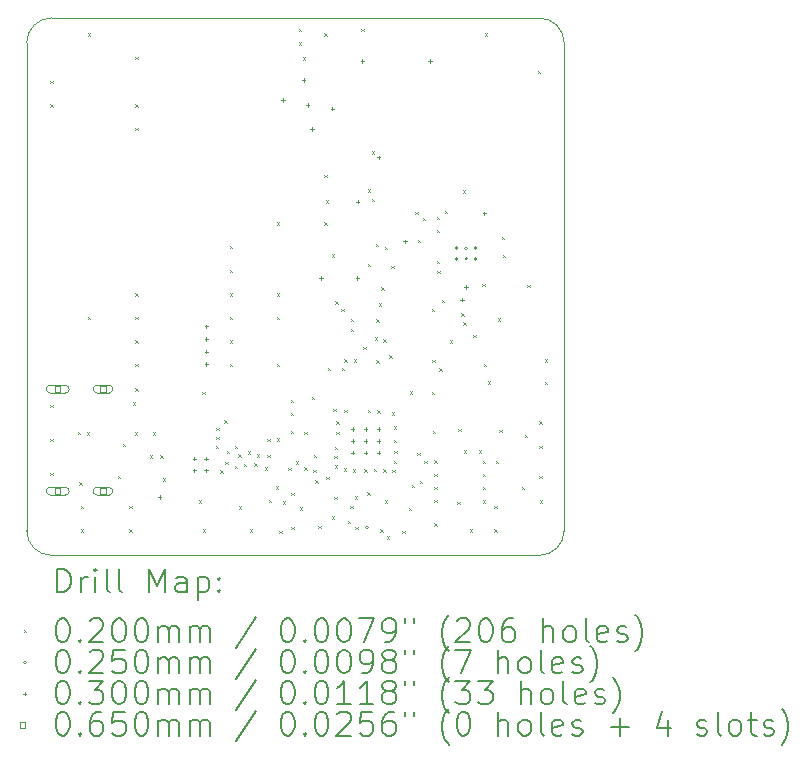
<source format=gbr>
%TF.GenerationSoftware,KiCad,Pcbnew,9.0.2+1*%
%TF.CreationDate,2025-08-01T20:38:58+01:00*%
%TF.ProjectId,PocketSat,506f636b-6574-4536-9174-2e6b69636164,rev?*%
%TF.SameCoordinates,Original*%
%TF.FileFunction,Drillmap*%
%TF.FilePolarity,Positive*%
%FSLAX45Y45*%
G04 Gerber Fmt 4.5, Leading zero omitted, Abs format (unit mm)*
G04 Created by KiCad (PCBNEW 9.0.2+1) date 2025-08-01 20:38:58*
%MOMM*%
%LPD*%
G01*
G04 APERTURE LIST*
%ADD10C,0.050000*%
%ADD11C,0.200000*%
%ADD12C,0.100000*%
G04 APERTURE END LIST*
D10*
X14550000Y-9790000D02*
G75*
G02*
X14340000Y-10000000I-210000J0D01*
G01*
X10210000Y-10000000D02*
G75*
G02*
X10000000Y-9790000I0J210000D01*
G01*
X10000000Y-5660000D02*
G75*
G02*
X10210000Y-5450000I210000J0D01*
G01*
X14550000Y-5660000D02*
X14550000Y-9790000D01*
X14340000Y-5450000D02*
G75*
G02*
X14550000Y-5660000I0J-210000D01*
G01*
X10000000Y-9790000D02*
X10000000Y-5660000D01*
X10210000Y-5450000D02*
X14340000Y-5450000D01*
X14340000Y-10000000D02*
X10210000Y-10000000D01*
D11*
D12*
X10200000Y-5980000D02*
X10220000Y-6000000D01*
X10220000Y-5980000D02*
X10200000Y-6000000D01*
X10200000Y-6180000D02*
X10220000Y-6200000D01*
X10220000Y-6180000D02*
X10200000Y-6200000D01*
X10200000Y-8725000D02*
X10220000Y-8745000D01*
X10220000Y-8725000D02*
X10200000Y-8745000D01*
X10200000Y-9015000D02*
X10220000Y-9035000D01*
X10220000Y-9015000D02*
X10200000Y-9035000D01*
X10200000Y-9300000D02*
X10220000Y-9320000D01*
X10220000Y-9300000D02*
X10200000Y-9320000D01*
X10434000Y-8956000D02*
X10454000Y-8976000D01*
X10454000Y-8956000D02*
X10434000Y-8976000D01*
X10445000Y-9380000D02*
X10465000Y-9400000D01*
X10465000Y-9380000D02*
X10445000Y-9400000D01*
X10460000Y-9580000D02*
X10480000Y-9600000D01*
X10480000Y-9580000D02*
X10460000Y-9600000D01*
X10460000Y-9780000D02*
X10480000Y-9800000D01*
X10480000Y-9780000D02*
X10460000Y-9800000D01*
X10510000Y-8959350D02*
X10530000Y-8979350D01*
X10530000Y-8959350D02*
X10510000Y-8979350D01*
X10520000Y-5580000D02*
X10540000Y-5600000D01*
X10540000Y-5580000D02*
X10520000Y-5600000D01*
X10520000Y-7980000D02*
X10540000Y-8000000D01*
X10540000Y-7980000D02*
X10520000Y-8000000D01*
X10770000Y-9324350D02*
X10790000Y-9344350D01*
X10790000Y-9324350D02*
X10770000Y-9344350D01*
X10815000Y-9055000D02*
X10835000Y-9075000D01*
X10835000Y-9055000D02*
X10815000Y-9075000D01*
X10870000Y-9580000D02*
X10890000Y-9600000D01*
X10890000Y-9580000D02*
X10870000Y-9600000D01*
X10870000Y-9780000D02*
X10890000Y-9800000D01*
X10890000Y-9780000D02*
X10870000Y-9800000D01*
X10899650Y-8704350D02*
X10919650Y-8724350D01*
X10919650Y-8704350D02*
X10899650Y-8724350D01*
X10916000Y-8959350D02*
X10936000Y-8979350D01*
X10936000Y-8959350D02*
X10916000Y-8979350D01*
X10920000Y-5780000D02*
X10940000Y-5800000D01*
X10940000Y-5780000D02*
X10920000Y-5800000D01*
X10920000Y-6180000D02*
X10940000Y-6200000D01*
X10940000Y-6180000D02*
X10920000Y-6200000D01*
X10920000Y-6380000D02*
X10940000Y-6400000D01*
X10940000Y-6380000D02*
X10920000Y-6400000D01*
X10920000Y-7780000D02*
X10940000Y-7800000D01*
X10940000Y-7780000D02*
X10920000Y-7800000D01*
X10920000Y-7980000D02*
X10940000Y-8000000D01*
X10940000Y-7980000D02*
X10920000Y-8000000D01*
X10920000Y-8180000D02*
X10940000Y-8200000D01*
X10940000Y-8180000D02*
X10920000Y-8200000D01*
X10920000Y-8380000D02*
X10940000Y-8400000D01*
X10940000Y-8380000D02*
X10920000Y-8400000D01*
X10920000Y-8585000D02*
X10940000Y-8605000D01*
X10940000Y-8585000D02*
X10920000Y-8605000D01*
X11040000Y-9151850D02*
X11060000Y-9171850D01*
X11060000Y-9151850D02*
X11040000Y-9171850D01*
X11070000Y-8959350D02*
X11090000Y-8979350D01*
X11090000Y-8959350D02*
X11070000Y-8979350D01*
X11130000Y-9151850D02*
X11150000Y-9171850D01*
X11150000Y-9151850D02*
X11130000Y-9171850D01*
X11150000Y-9346250D02*
X11170000Y-9366250D01*
X11170000Y-9346250D02*
X11150000Y-9366250D01*
X11455000Y-9535000D02*
X11475000Y-9555000D01*
X11475000Y-9535000D02*
X11455000Y-9555000D01*
X11487850Y-8617850D02*
X11507850Y-8637850D01*
X11507850Y-8617850D02*
X11487850Y-8637850D01*
X11490000Y-9780000D02*
X11510000Y-9800000D01*
X11510000Y-9780000D02*
X11490000Y-9800000D01*
X11602000Y-9074000D02*
X11622000Y-9094000D01*
X11622000Y-9074000D02*
X11602000Y-9094000D01*
X11605509Y-8918350D02*
X11625509Y-8938350D01*
X11625509Y-8918350D02*
X11605509Y-8938350D01*
X11605509Y-8997850D02*
X11625509Y-9017850D01*
X11625509Y-8997850D02*
X11605509Y-9017850D01*
X11640000Y-9280000D02*
X11660000Y-9300000D01*
X11660000Y-9280000D02*
X11640000Y-9300000D01*
X11672000Y-8857000D02*
X11692000Y-8877000D01*
X11692000Y-8857000D02*
X11672000Y-8877000D01*
X11682500Y-9210000D02*
X11702500Y-9230000D01*
X11702500Y-9210000D02*
X11682500Y-9230000D01*
X11696000Y-9116000D02*
X11716000Y-9136000D01*
X11716000Y-9116000D02*
X11696000Y-9136000D01*
X11720000Y-7380000D02*
X11740000Y-7400000D01*
X11740000Y-7380000D02*
X11720000Y-7400000D01*
X11720000Y-7580000D02*
X11740000Y-7600000D01*
X11740000Y-7580000D02*
X11720000Y-7600000D01*
X11720000Y-7780000D02*
X11740000Y-7800000D01*
X11740000Y-7780000D02*
X11720000Y-7800000D01*
X11720000Y-7980000D02*
X11740000Y-8000000D01*
X11740000Y-7980000D02*
X11720000Y-8000000D01*
X11720000Y-8180000D02*
X11740000Y-8200000D01*
X11740000Y-8180000D02*
X11720000Y-8200000D01*
X11720000Y-8380000D02*
X11740000Y-8400000D01*
X11740000Y-8380000D02*
X11720000Y-8400000D01*
X11760000Y-9070000D02*
X11780000Y-9090000D01*
X11780000Y-9070000D02*
X11760000Y-9090000D01*
X11760000Y-9240000D02*
X11780000Y-9260000D01*
X11780000Y-9240000D02*
X11760000Y-9260000D01*
X11791000Y-9144000D02*
X11811000Y-9164000D01*
X11811000Y-9144000D02*
X11791000Y-9164000D01*
X11795000Y-9585000D02*
X11815000Y-9605000D01*
X11815000Y-9585000D02*
X11795000Y-9605000D01*
X11839000Y-9226000D02*
X11859000Y-9246000D01*
X11859000Y-9226000D02*
X11839000Y-9246000D01*
X11870000Y-9120000D02*
X11890000Y-9140000D01*
X11890000Y-9120000D02*
X11870000Y-9140000D01*
X11890000Y-9780000D02*
X11910000Y-9800000D01*
X11910000Y-9780000D02*
X11890000Y-9800000D01*
X11927500Y-9220000D02*
X11947500Y-9240000D01*
X11947500Y-9220000D02*
X11927500Y-9240000D01*
X11951000Y-9145000D02*
X11971000Y-9165000D01*
X11971000Y-9145000D02*
X11951000Y-9165000D01*
X12018000Y-9255000D02*
X12038000Y-9275000D01*
X12038000Y-9255000D02*
X12018000Y-9275000D01*
X12037500Y-9150000D02*
X12057500Y-9170000D01*
X12057500Y-9150000D02*
X12037500Y-9170000D01*
X12038000Y-9013000D02*
X12058000Y-9033000D01*
X12058000Y-9013000D02*
X12038000Y-9033000D01*
X12048005Y-9531995D02*
X12068005Y-9551995D01*
X12068005Y-9531995D02*
X12048005Y-9551995D01*
X12110000Y-9415000D02*
X12130000Y-9435000D01*
X12130000Y-9415000D02*
X12110000Y-9435000D01*
X12115000Y-9010000D02*
X12135000Y-9030000D01*
X12135000Y-9010000D02*
X12115000Y-9030000D01*
X12120000Y-7180000D02*
X12140000Y-7200000D01*
X12140000Y-7180000D02*
X12120000Y-7200000D01*
X12120000Y-7780000D02*
X12140000Y-7800000D01*
X12140000Y-7780000D02*
X12120000Y-7800000D01*
X12120000Y-7980000D02*
X12140000Y-8000000D01*
X12140000Y-7980000D02*
X12120000Y-8000000D01*
X12120000Y-8380000D02*
X12140000Y-8400000D01*
X12140000Y-8380000D02*
X12120000Y-8400000D01*
X12140000Y-9790000D02*
X12160000Y-9810000D01*
X12160000Y-9790000D02*
X12140000Y-9810000D01*
X12170000Y-9541423D02*
X12190000Y-9561423D01*
X12190000Y-9541423D02*
X12170000Y-9561423D01*
X12216000Y-9256000D02*
X12236000Y-9276000D01*
X12236000Y-9256000D02*
X12216000Y-9276000D01*
X12235000Y-8945000D02*
X12255000Y-8965000D01*
X12255000Y-8945000D02*
X12235000Y-8965000D01*
X12235700Y-8680700D02*
X12255700Y-8700700D01*
X12255700Y-8680700D02*
X12235700Y-8700700D01*
X12235700Y-8795000D02*
X12255700Y-8815000D01*
X12255700Y-8795000D02*
X12235700Y-8815000D01*
X12239351Y-9759351D02*
X12259351Y-9779351D01*
X12259351Y-9759351D02*
X12239351Y-9779351D01*
X12239433Y-9470000D02*
X12259433Y-9490000D01*
X12259433Y-9470000D02*
X12239433Y-9490000D01*
X12280000Y-9203250D02*
X12300000Y-9223250D01*
X12300000Y-9203250D02*
X12280000Y-9223250D01*
X12303000Y-5543000D02*
X12323000Y-5563000D01*
X12323000Y-5543000D02*
X12303000Y-5563000D01*
X12304300Y-5655000D02*
X12324300Y-5675000D01*
X12324300Y-5655000D02*
X12304300Y-5675000D01*
X12311000Y-9592000D02*
X12331000Y-9612000D01*
X12331000Y-9592000D02*
X12311000Y-9612000D01*
X12338000Y-5782000D02*
X12358000Y-5802000D01*
X12358000Y-5782000D02*
X12338000Y-5802000D01*
X12350000Y-8953000D02*
X12370000Y-8973000D01*
X12370000Y-8953000D02*
X12350000Y-8973000D01*
X12351000Y-9253000D02*
X12371000Y-9273000D01*
X12371000Y-9253000D02*
X12351000Y-9273000D01*
X12415000Y-8655000D02*
X12435000Y-8675000D01*
X12435000Y-8655000D02*
X12415000Y-8675000D01*
X12428000Y-9275000D02*
X12448000Y-9295000D01*
X12448000Y-9275000D02*
X12428000Y-9295000D01*
X12429000Y-9147000D02*
X12449000Y-9167000D01*
X12449000Y-9147000D02*
X12429000Y-9167000D01*
X12443000Y-9364000D02*
X12463000Y-9384000D01*
X12463000Y-9364000D02*
X12443000Y-9384000D01*
X12470000Y-9750000D02*
X12490000Y-9770000D01*
X12490000Y-9750000D02*
X12470000Y-9770000D01*
X12520000Y-5580000D02*
X12540000Y-5600000D01*
X12540000Y-5580000D02*
X12520000Y-5600000D01*
X12520000Y-6780000D02*
X12540000Y-6800000D01*
X12540000Y-6780000D02*
X12520000Y-6800000D01*
X12520000Y-7180000D02*
X12540000Y-7200000D01*
X12540000Y-7180000D02*
X12520000Y-7200000D01*
X12530000Y-6995000D02*
X12550000Y-7015000D01*
X12550000Y-6995000D02*
X12530000Y-7015000D01*
X12537071Y-9334071D02*
X12557071Y-9354071D01*
X12557071Y-9334071D02*
X12537071Y-9354071D01*
X12550000Y-8412850D02*
X12570000Y-8432850D01*
X12570000Y-8412850D02*
X12550000Y-8432850D01*
X12582850Y-7450000D02*
X12602850Y-7470000D01*
X12602850Y-7450000D02*
X12582850Y-7470000D01*
X12583916Y-9668916D02*
X12603916Y-9688916D01*
X12603916Y-9668916D02*
X12583916Y-9688916D01*
X12597000Y-8757000D02*
X12617000Y-8777000D01*
X12617000Y-8757000D02*
X12597000Y-8777000D01*
X12603000Y-9502000D02*
X12623000Y-9522000D01*
X12623000Y-9502000D02*
X12603000Y-9522000D01*
X12605280Y-9156000D02*
X12625280Y-9176000D01*
X12625280Y-9156000D02*
X12605280Y-9176000D01*
X12609024Y-9238144D02*
X12629024Y-9258144D01*
X12629024Y-9238144D02*
X12609024Y-9258144D01*
X12609397Y-9080000D02*
X12629397Y-9100000D01*
X12629397Y-9080000D02*
X12609397Y-9100000D01*
X12611580Y-7850000D02*
X12631580Y-7870000D01*
X12631580Y-7850000D02*
X12611580Y-7870000D01*
X12622389Y-8863641D02*
X12642389Y-8883641D01*
X12642389Y-8863641D02*
X12622389Y-8883641D01*
X12622500Y-8955150D02*
X12642500Y-8975150D01*
X12642500Y-8955150D02*
X12622500Y-8975150D01*
X12665000Y-7915000D02*
X12685000Y-7935000D01*
X12685000Y-7915000D02*
X12665000Y-7935000D01*
X12670000Y-8412850D02*
X12690000Y-8432850D01*
X12690000Y-8412850D02*
X12670000Y-8432850D01*
X12685485Y-9261484D02*
X12705485Y-9281484D01*
X12705485Y-9261484D02*
X12685485Y-9281484D01*
X12688000Y-8766000D02*
X12708000Y-8786000D01*
X12708000Y-8766000D02*
X12688000Y-8786000D01*
X12690000Y-8340000D02*
X12710000Y-8360000D01*
X12710000Y-8340000D02*
X12690000Y-8360000D01*
X12717104Y-9707104D02*
X12737104Y-9727104D01*
X12737104Y-9707104D02*
X12717104Y-9727104D01*
X12740000Y-9580000D02*
X12760000Y-9600000D01*
X12760000Y-9580000D02*
X12740000Y-9600000D01*
X12744419Y-8079419D02*
X12764419Y-8099419D01*
X12764419Y-8079419D02*
X12744419Y-8099419D01*
X12745000Y-7995000D02*
X12765000Y-8015000D01*
X12765000Y-7995000D02*
X12745000Y-8015000D01*
X12760000Y-9270000D02*
X12780000Y-9290000D01*
X12780000Y-9270000D02*
X12760000Y-9290000D01*
X12770000Y-8340000D02*
X12790000Y-8360000D01*
X12790000Y-8340000D02*
X12770000Y-8360000D01*
X12780000Y-9500000D02*
X12800000Y-9520000D01*
X12800000Y-9500000D02*
X12780000Y-9520000D01*
X12783000Y-9757000D02*
X12803000Y-9777000D01*
X12803000Y-9757000D02*
X12783000Y-9777000D01*
X12833000Y-5543000D02*
X12853000Y-5563000D01*
X12853000Y-5543000D02*
X12833000Y-5563000D01*
X12850000Y-8235000D02*
X12870000Y-8255000D01*
X12870000Y-8235000D02*
X12850000Y-8255000D01*
X12860000Y-9270000D02*
X12880000Y-9290000D01*
X12880000Y-9270000D02*
X12860000Y-9290000D01*
X12885000Y-9465000D02*
X12905000Y-9485000D01*
X12905000Y-9465000D02*
X12885000Y-9485000D01*
X12887850Y-7530000D02*
X12907850Y-7550000D01*
X12907850Y-7530000D02*
X12887850Y-7550000D01*
X12888000Y-8768000D02*
X12908000Y-8788000D01*
X12908000Y-8768000D02*
X12888000Y-8788000D01*
X12890000Y-6900000D02*
X12910000Y-6920000D01*
X12910000Y-6900000D02*
X12890000Y-6920000D01*
X12920000Y-6580000D02*
X12940000Y-6600000D01*
X12940000Y-6580000D02*
X12920000Y-6600000D01*
X12920000Y-6980000D02*
X12940000Y-7000000D01*
X12940000Y-6980000D02*
X12920000Y-7000000D01*
X12937000Y-9267000D02*
X12957000Y-9287000D01*
X12957000Y-9267000D02*
X12937000Y-9287000D01*
X12945000Y-8155000D02*
X12965000Y-8175000D01*
X12965000Y-8155000D02*
X12945000Y-8175000D01*
X12955000Y-7360000D02*
X12975000Y-7380000D01*
X12975000Y-7360000D02*
X12955000Y-7380000D01*
X12960000Y-8350000D02*
X12980000Y-8370000D01*
X12980000Y-8350000D02*
X12960000Y-8370000D01*
X12960000Y-8002900D02*
X12980000Y-8022900D01*
X12980000Y-8002900D02*
X12960000Y-8022900D01*
X12968000Y-8772000D02*
X12988000Y-8792000D01*
X12988000Y-8772000D02*
X12968000Y-8792000D01*
X12982000Y-7865400D02*
X13002000Y-7885400D01*
X13002000Y-7865400D02*
X12982000Y-7885400D01*
X12995000Y-9778875D02*
X13015000Y-9798875D01*
X13015000Y-9778875D02*
X12995000Y-9798875D01*
X13002150Y-7730400D02*
X13022150Y-7750400D01*
X13022150Y-7730400D02*
X13002150Y-7750400D01*
X13018000Y-9270000D02*
X13038000Y-9290000D01*
X13038000Y-9270000D02*
X13018000Y-9290000D01*
X13020000Y-8170000D02*
X13040000Y-8190000D01*
X13040000Y-8170000D02*
X13020000Y-8190000D01*
X13030000Y-7390000D02*
X13050000Y-7410000D01*
X13050000Y-7390000D02*
X13030000Y-7410000D01*
X13032000Y-9535000D02*
X13052000Y-9555000D01*
X13052000Y-9535000D02*
X13032000Y-9555000D01*
X13050000Y-9840000D02*
X13070000Y-9860000D01*
X13070000Y-9840000D02*
X13050000Y-9860000D01*
X13070000Y-8305000D02*
X13090000Y-8325000D01*
X13090000Y-8305000D02*
X13070000Y-8325000D01*
X13086575Y-7550000D02*
X13106575Y-7570000D01*
X13106575Y-7550000D02*
X13086575Y-7570000D01*
X13090000Y-8790000D02*
X13110000Y-8810000D01*
X13110000Y-8790000D02*
X13090000Y-8810000D01*
X13097000Y-9276000D02*
X13117000Y-9296000D01*
X13117000Y-9276000D02*
X13097000Y-9296000D01*
X13109000Y-8906000D02*
X13129000Y-8926000D01*
X13129000Y-8906000D02*
X13109000Y-8926000D01*
X13110000Y-9019000D02*
X13130000Y-9039000D01*
X13130000Y-9019000D02*
X13110000Y-9039000D01*
X13110000Y-9200000D02*
X13130000Y-9220000D01*
X13130000Y-9200000D02*
X13110000Y-9220000D01*
X13113000Y-9113000D02*
X13133000Y-9133000D01*
X13133000Y-9113000D02*
X13113000Y-9133000D01*
X13181398Y-9792276D02*
X13201398Y-9812276D01*
X13201398Y-9792276D02*
X13181398Y-9812276D01*
X13235000Y-9595000D02*
X13255000Y-9615000D01*
X13255000Y-9595000D02*
X13235000Y-9615000D01*
X13245000Y-8610000D02*
X13265000Y-8630000D01*
X13265000Y-8610000D02*
X13245000Y-8630000D01*
X13260000Y-9400000D02*
X13280000Y-9420000D01*
X13280000Y-9400000D02*
X13260000Y-9420000D01*
X13289000Y-7091000D02*
X13309000Y-7111000D01*
X13309000Y-7091000D02*
X13289000Y-7111000D01*
X13308000Y-9133000D02*
X13328000Y-9153000D01*
X13328000Y-9133000D02*
X13308000Y-9153000D01*
X13309650Y-7327500D02*
X13329650Y-7347500D01*
X13329650Y-7327500D02*
X13309650Y-7347500D01*
X13330000Y-9370000D02*
X13350000Y-9390000D01*
X13350000Y-9370000D02*
X13330000Y-9390000D01*
X13352000Y-7141000D02*
X13372000Y-7161000D01*
X13372000Y-7141000D02*
X13352000Y-7161000D01*
X13365000Y-9199000D02*
X13385000Y-9219000D01*
X13385000Y-9199000D02*
X13365000Y-9219000D01*
X13430000Y-7915000D02*
X13450000Y-7935000D01*
X13450000Y-7915000D02*
X13430000Y-7935000D01*
X13432000Y-8617000D02*
X13452000Y-8637000D01*
X13452000Y-8617000D02*
X13432000Y-8637000D01*
X13435000Y-8345000D02*
X13455000Y-8365000D01*
X13455000Y-8345000D02*
X13435000Y-8365000D01*
X13439000Y-8948000D02*
X13459000Y-8968000D01*
X13459000Y-8948000D02*
X13439000Y-8968000D01*
X13450000Y-9196667D02*
X13470000Y-9216667D01*
X13470000Y-9196667D02*
X13450000Y-9216667D01*
X13450000Y-9308334D02*
X13470000Y-9328334D01*
X13470000Y-9308334D02*
X13450000Y-9328334D01*
X13450000Y-9420000D02*
X13470000Y-9440000D01*
X13470000Y-9420000D02*
X13450000Y-9440000D01*
X13450000Y-9531667D02*
X13470000Y-9551667D01*
X13470000Y-9531667D02*
X13450000Y-9551667D01*
X13450000Y-9730000D02*
X13470000Y-9750000D01*
X13470000Y-9730000D02*
X13450000Y-9750000D01*
X13471000Y-7506000D02*
X13491000Y-7526000D01*
X13491000Y-7506000D02*
X13471000Y-7526000D01*
X13472000Y-7243000D02*
X13492000Y-7263000D01*
X13492000Y-7243000D02*
X13472000Y-7263000D01*
X13475000Y-7135000D02*
X13495000Y-7155000D01*
X13495000Y-7135000D02*
X13475000Y-7155000D01*
X13475432Y-7592080D02*
X13495432Y-7612080D01*
X13495432Y-7592080D02*
X13475432Y-7612080D01*
X13495000Y-8415000D02*
X13515000Y-8435000D01*
X13515000Y-8415000D02*
X13495000Y-8435000D01*
X13512850Y-7835350D02*
X13532850Y-7855350D01*
X13532850Y-7835350D02*
X13512850Y-7855350D01*
X13540000Y-7085000D02*
X13560000Y-7105000D01*
X13560000Y-7085000D02*
X13540000Y-7105000D01*
X13580000Y-8180000D02*
X13600000Y-8200000D01*
X13600000Y-8180000D02*
X13580000Y-8200000D01*
X13646000Y-9544000D02*
X13666000Y-9564000D01*
X13666000Y-9544000D02*
X13646000Y-9564000D01*
X13654300Y-8930000D02*
X13674300Y-8950000D01*
X13674300Y-8930000D02*
X13654300Y-8950000D01*
X13680000Y-7950000D02*
X13700000Y-7970000D01*
X13700000Y-7950000D02*
X13680000Y-7970000D01*
X13690000Y-6910000D02*
X13710000Y-6930000D01*
X13710000Y-6910000D02*
X13690000Y-6930000D01*
X13698000Y-8027000D02*
X13718000Y-8047000D01*
X13718000Y-8027000D02*
X13698000Y-8047000D01*
X13700000Y-9110000D02*
X13720000Y-9130000D01*
X13720000Y-9110000D02*
X13700000Y-9130000D01*
X13750000Y-9780000D02*
X13770000Y-9800000D01*
X13770000Y-9780000D02*
X13750000Y-9800000D01*
X13782000Y-8133000D02*
X13802000Y-8153000D01*
X13802000Y-8133000D02*
X13782000Y-8153000D01*
X13829167Y-9110000D02*
X13849167Y-9130000D01*
X13849167Y-9110000D02*
X13829167Y-9130000D01*
X13858000Y-7703000D02*
X13878000Y-7723000D01*
X13878000Y-7703000D02*
X13858000Y-7723000D01*
X13864000Y-9198910D02*
X13884000Y-9218910D01*
X13884000Y-9198910D02*
X13864000Y-9218910D01*
X13864000Y-9310576D02*
X13884000Y-9330576D01*
X13884000Y-9310576D02*
X13864000Y-9330576D01*
X13864000Y-9422243D02*
X13884000Y-9442243D01*
X13884000Y-9422243D02*
X13864000Y-9442243D01*
X13864000Y-9533910D02*
X13884000Y-9553910D01*
X13884000Y-9533910D02*
X13864000Y-9553910D01*
X13870000Y-8379000D02*
X13890000Y-8399000D01*
X13890000Y-8379000D02*
X13870000Y-8399000D01*
X13880000Y-5580000D02*
X13900000Y-5600000D01*
X13900000Y-5580000D02*
X13880000Y-5600000D01*
X13905000Y-8525000D02*
X13925000Y-8545000D01*
X13925000Y-8525000D02*
X13905000Y-8545000D01*
X13960000Y-9580000D02*
X13980000Y-9600000D01*
X13980000Y-9580000D02*
X13960000Y-9600000D01*
X13960000Y-9780000D02*
X13980000Y-9800000D01*
X13980000Y-9780000D02*
X13960000Y-9800000D01*
X13972000Y-9202000D02*
X13992000Y-9222000D01*
X13992000Y-9202000D02*
X13972000Y-9222000D01*
X13991000Y-7992000D02*
X14011000Y-8012000D01*
X14011000Y-7992000D02*
X13991000Y-8012000D01*
X14000000Y-8935000D02*
X14020000Y-8955000D01*
X14020000Y-8935000D02*
X14000000Y-8955000D01*
X14025000Y-7305000D02*
X14045000Y-7325000D01*
X14045000Y-7305000D02*
X14025000Y-7325000D01*
X14030000Y-7455700D02*
X14050000Y-7475700D01*
X14050000Y-7455700D02*
X14030000Y-7475700D01*
X14194000Y-9420000D02*
X14214000Y-9440000D01*
X14214000Y-9420000D02*
X14194000Y-9440000D01*
X14215000Y-8981000D02*
X14235000Y-9001000D01*
X14235000Y-8981000D02*
X14215000Y-9001000D01*
X14240000Y-7708000D02*
X14260000Y-7728000D01*
X14260000Y-7708000D02*
X14240000Y-7728000D01*
X14330000Y-5900000D02*
X14350000Y-5920000D01*
X14350000Y-5900000D02*
X14330000Y-5920000D01*
X14340000Y-8865000D02*
X14360000Y-8885000D01*
X14360000Y-8865000D02*
X14340000Y-8885000D01*
X14340000Y-9075000D02*
X14360000Y-9095000D01*
X14360000Y-9075000D02*
X14340000Y-9095000D01*
X14340000Y-9325000D02*
X14360000Y-9345000D01*
X14360000Y-9325000D02*
X14340000Y-9345000D01*
X14345000Y-9535000D02*
X14365000Y-9555000D01*
X14365000Y-9535000D02*
X14345000Y-9555000D01*
X14385000Y-8341000D02*
X14405000Y-8361000D01*
X14405000Y-8341000D02*
X14385000Y-8361000D01*
X14385000Y-8530000D02*
X14405000Y-8550000D01*
X14405000Y-8530000D02*
X14385000Y-8550000D01*
X12895500Y-9766000D02*
G75*
G02*
X12870500Y-9766000I-12500J0D01*
G01*
X12870500Y-9766000D02*
G75*
G02*
X12895500Y-9766000I12500J0D01*
G01*
X13652500Y-7400000D02*
G75*
G02*
X13627500Y-7400000I-12500J0D01*
G01*
X13627500Y-7400000D02*
G75*
G02*
X13652500Y-7400000I12500J0D01*
G01*
X13652500Y-7490000D02*
G75*
G02*
X13627500Y-7490000I-12500J0D01*
G01*
X13627500Y-7490000D02*
G75*
G02*
X13652500Y-7490000I12500J0D01*
G01*
X13732500Y-7400000D02*
G75*
G02*
X13707500Y-7400000I-12500J0D01*
G01*
X13707500Y-7400000D02*
G75*
G02*
X13732500Y-7400000I12500J0D01*
G01*
X13732500Y-7490000D02*
G75*
G02*
X13707500Y-7490000I-12500J0D01*
G01*
X13707500Y-7490000D02*
G75*
G02*
X13732500Y-7490000I12500J0D01*
G01*
X13812500Y-7400000D02*
G75*
G02*
X13787500Y-7400000I-12500J0D01*
G01*
X13787500Y-7400000D02*
G75*
G02*
X13812500Y-7400000I12500J0D01*
G01*
X13812500Y-7490000D02*
G75*
G02*
X13787500Y-7490000I-12500J0D01*
G01*
X13787500Y-7490000D02*
G75*
G02*
X13812500Y-7490000I12500J0D01*
G01*
X11126000Y-9493000D02*
X11126000Y-9523000D01*
X11111000Y-9508000D02*
X11141000Y-9508000D01*
X11420000Y-9165000D02*
X11420000Y-9195000D01*
X11405000Y-9180000D02*
X11435000Y-9180000D01*
X11420000Y-9265000D02*
X11420000Y-9295000D01*
X11405000Y-9280000D02*
X11435000Y-9280000D01*
X11520000Y-9165000D02*
X11520000Y-9195000D01*
X11505000Y-9180000D02*
X11535000Y-9180000D01*
X11520000Y-9265000D02*
X11520000Y-9295000D01*
X11505000Y-9280000D02*
X11535000Y-9280000D01*
X11521000Y-8045667D02*
X11521000Y-8075667D01*
X11506000Y-8060667D02*
X11536000Y-8060667D01*
X11521000Y-8152333D02*
X11521000Y-8182333D01*
X11506000Y-8167333D02*
X11536000Y-8167333D01*
X11521000Y-8259000D02*
X11521000Y-8289000D01*
X11506000Y-8274000D02*
X11536000Y-8274000D01*
X11521000Y-8365667D02*
X11521000Y-8395667D01*
X11506000Y-8380667D02*
X11536000Y-8380667D01*
X12170596Y-6131389D02*
X12170596Y-6161389D01*
X12155596Y-6146389D02*
X12185596Y-6146389D01*
X12343596Y-5958389D02*
X12343596Y-5988389D01*
X12328596Y-5973389D02*
X12358596Y-5973389D01*
X12377500Y-6170000D02*
X12377500Y-6200000D01*
X12362500Y-6185000D02*
X12392500Y-6185000D01*
X12415096Y-6375889D02*
X12415096Y-6405889D01*
X12400096Y-6390889D02*
X12430096Y-6390889D01*
X12490000Y-7635000D02*
X12490000Y-7665000D01*
X12475000Y-7650000D02*
X12505000Y-7650000D01*
X12588096Y-6202889D02*
X12588096Y-6232889D01*
X12573096Y-6217889D02*
X12603096Y-6217889D01*
X12760000Y-8915000D02*
X12760000Y-8945000D01*
X12745000Y-8930000D02*
X12775000Y-8930000D01*
X12760000Y-9015000D02*
X12760000Y-9045000D01*
X12745000Y-9030000D02*
X12775000Y-9030000D01*
X12760000Y-9115000D02*
X12760000Y-9145000D01*
X12745000Y-9130000D02*
X12775000Y-9130000D01*
X12800000Y-7635000D02*
X12800000Y-7665000D01*
X12785000Y-7650000D02*
X12815000Y-7650000D01*
X12802557Y-6990000D02*
X12802557Y-7020000D01*
X12787557Y-7005000D02*
X12817557Y-7005000D01*
X12842500Y-5797500D02*
X12842500Y-5827500D01*
X12827500Y-5812500D02*
X12857500Y-5812500D01*
X12870000Y-8915000D02*
X12870000Y-8945000D01*
X12855000Y-8930000D02*
X12885000Y-8930000D01*
X12870000Y-9015000D02*
X12870000Y-9045000D01*
X12855000Y-9030000D02*
X12885000Y-9030000D01*
X12870000Y-9115000D02*
X12870000Y-9145000D01*
X12855000Y-9130000D02*
X12885000Y-9130000D01*
X12980000Y-6615000D02*
X12980000Y-6645000D01*
X12965000Y-6630000D02*
X12995000Y-6630000D01*
X12980000Y-8915000D02*
X12980000Y-8945000D01*
X12965000Y-8930000D02*
X12995000Y-8930000D01*
X12980000Y-9015000D02*
X12980000Y-9045000D01*
X12965000Y-9030000D02*
X12995000Y-9030000D01*
X12980000Y-9115000D02*
X12980000Y-9145000D01*
X12965000Y-9130000D02*
X12995000Y-9130000D01*
X13200770Y-7327500D02*
X13200770Y-7357500D01*
X13185770Y-7342500D02*
X13215770Y-7342500D01*
X13412500Y-5800000D02*
X13412500Y-5830000D01*
X13397500Y-5815000D02*
X13427500Y-5815000D01*
X13684000Y-7820360D02*
X13684000Y-7850360D01*
X13669000Y-7835360D02*
X13699000Y-7835360D01*
X13720000Y-7715000D02*
X13720000Y-7745000D01*
X13705000Y-7730000D02*
X13735000Y-7730000D01*
X13875000Y-7090000D02*
X13875000Y-7120000D01*
X13860000Y-7105000D02*
X13890000Y-7105000D01*
X10285481Y-8615331D02*
X10285481Y-8569369D01*
X10239519Y-8569369D01*
X10239519Y-8615331D01*
X10285481Y-8615331D01*
X10327500Y-8559850D02*
X10197500Y-8559850D01*
X10197500Y-8624850D02*
G75*
G02*
X10197500Y-8559850I0J32500D01*
G01*
X10197500Y-8624850D02*
X10327500Y-8624850D01*
X10327500Y-8624850D02*
G75*
G03*
X10327500Y-8559850I0J32500D01*
G01*
X10285481Y-9479331D02*
X10285481Y-9433369D01*
X10239519Y-9433369D01*
X10239519Y-9479331D01*
X10285481Y-9479331D01*
X10327500Y-9423850D02*
X10197500Y-9423850D01*
X10197500Y-9488850D02*
G75*
G02*
X10197500Y-9423850I0J32500D01*
G01*
X10197500Y-9488850D02*
X10327500Y-9488850D01*
X10327500Y-9488850D02*
G75*
G03*
X10327500Y-9423850I0J32500D01*
G01*
X10667981Y-8615331D02*
X10667981Y-8569369D01*
X10622019Y-8569369D01*
X10622019Y-8615331D01*
X10667981Y-8615331D01*
X10695000Y-8559850D02*
X10595000Y-8559850D01*
X10595000Y-8624850D02*
G75*
G02*
X10595000Y-8559850I0J32500D01*
G01*
X10595000Y-8624850D02*
X10695000Y-8624850D01*
X10695000Y-8624850D02*
G75*
G03*
X10695000Y-8559850I0J32500D01*
G01*
X10667981Y-9479331D02*
X10667981Y-9433369D01*
X10622019Y-9433369D01*
X10622019Y-9479331D01*
X10667981Y-9479331D01*
X10695000Y-9423850D02*
X10595000Y-9423850D01*
X10595000Y-9488850D02*
G75*
G02*
X10595000Y-9423850I0J32500D01*
G01*
X10595000Y-9488850D02*
X10695000Y-9488850D01*
X10695000Y-9488850D02*
G75*
G03*
X10695000Y-9423850I0J32500D01*
G01*
D11*
X10258277Y-10313984D02*
X10258277Y-10113984D01*
X10258277Y-10113984D02*
X10305896Y-10113984D01*
X10305896Y-10113984D02*
X10334467Y-10123508D01*
X10334467Y-10123508D02*
X10353515Y-10142555D01*
X10353515Y-10142555D02*
X10363039Y-10161603D01*
X10363039Y-10161603D02*
X10372563Y-10199698D01*
X10372563Y-10199698D02*
X10372563Y-10228270D01*
X10372563Y-10228270D02*
X10363039Y-10266365D01*
X10363039Y-10266365D02*
X10353515Y-10285412D01*
X10353515Y-10285412D02*
X10334467Y-10304460D01*
X10334467Y-10304460D02*
X10305896Y-10313984D01*
X10305896Y-10313984D02*
X10258277Y-10313984D01*
X10458277Y-10313984D02*
X10458277Y-10180650D01*
X10458277Y-10218746D02*
X10467801Y-10199698D01*
X10467801Y-10199698D02*
X10477324Y-10190174D01*
X10477324Y-10190174D02*
X10496372Y-10180650D01*
X10496372Y-10180650D02*
X10515420Y-10180650D01*
X10582086Y-10313984D02*
X10582086Y-10180650D01*
X10582086Y-10113984D02*
X10572563Y-10123508D01*
X10572563Y-10123508D02*
X10582086Y-10133031D01*
X10582086Y-10133031D02*
X10591610Y-10123508D01*
X10591610Y-10123508D02*
X10582086Y-10113984D01*
X10582086Y-10113984D02*
X10582086Y-10133031D01*
X10705896Y-10313984D02*
X10686848Y-10304460D01*
X10686848Y-10304460D02*
X10677324Y-10285412D01*
X10677324Y-10285412D02*
X10677324Y-10113984D01*
X10810658Y-10313984D02*
X10791610Y-10304460D01*
X10791610Y-10304460D02*
X10782086Y-10285412D01*
X10782086Y-10285412D02*
X10782086Y-10113984D01*
X11039229Y-10313984D02*
X11039229Y-10113984D01*
X11039229Y-10113984D02*
X11105896Y-10256841D01*
X11105896Y-10256841D02*
X11172563Y-10113984D01*
X11172563Y-10113984D02*
X11172563Y-10313984D01*
X11353515Y-10313984D02*
X11353515Y-10209222D01*
X11353515Y-10209222D02*
X11343991Y-10190174D01*
X11343991Y-10190174D02*
X11324943Y-10180650D01*
X11324943Y-10180650D02*
X11286848Y-10180650D01*
X11286848Y-10180650D02*
X11267801Y-10190174D01*
X11353515Y-10304460D02*
X11334467Y-10313984D01*
X11334467Y-10313984D02*
X11286848Y-10313984D01*
X11286848Y-10313984D02*
X11267801Y-10304460D01*
X11267801Y-10304460D02*
X11258277Y-10285412D01*
X11258277Y-10285412D02*
X11258277Y-10266365D01*
X11258277Y-10266365D02*
X11267801Y-10247317D01*
X11267801Y-10247317D02*
X11286848Y-10237793D01*
X11286848Y-10237793D02*
X11334467Y-10237793D01*
X11334467Y-10237793D02*
X11353515Y-10228270D01*
X11448753Y-10180650D02*
X11448753Y-10380650D01*
X11448753Y-10190174D02*
X11467801Y-10180650D01*
X11467801Y-10180650D02*
X11505896Y-10180650D01*
X11505896Y-10180650D02*
X11524943Y-10190174D01*
X11524943Y-10190174D02*
X11534467Y-10199698D01*
X11534467Y-10199698D02*
X11543991Y-10218746D01*
X11543991Y-10218746D02*
X11543991Y-10275889D01*
X11543991Y-10275889D02*
X11534467Y-10294936D01*
X11534467Y-10294936D02*
X11524943Y-10304460D01*
X11524943Y-10304460D02*
X11505896Y-10313984D01*
X11505896Y-10313984D02*
X11467801Y-10313984D01*
X11467801Y-10313984D02*
X11448753Y-10304460D01*
X11629705Y-10294936D02*
X11639229Y-10304460D01*
X11639229Y-10304460D02*
X11629705Y-10313984D01*
X11629705Y-10313984D02*
X11620182Y-10304460D01*
X11620182Y-10304460D02*
X11629705Y-10294936D01*
X11629705Y-10294936D02*
X11629705Y-10313984D01*
X11629705Y-10190174D02*
X11639229Y-10199698D01*
X11639229Y-10199698D02*
X11629705Y-10209222D01*
X11629705Y-10209222D02*
X11620182Y-10199698D01*
X11620182Y-10199698D02*
X11629705Y-10190174D01*
X11629705Y-10190174D02*
X11629705Y-10209222D01*
D12*
X9977500Y-10632500D02*
X9997500Y-10652500D01*
X9997500Y-10632500D02*
X9977500Y-10652500D01*
D11*
X10296372Y-10533984D02*
X10315420Y-10533984D01*
X10315420Y-10533984D02*
X10334467Y-10543508D01*
X10334467Y-10543508D02*
X10343991Y-10553031D01*
X10343991Y-10553031D02*
X10353515Y-10572079D01*
X10353515Y-10572079D02*
X10363039Y-10610174D01*
X10363039Y-10610174D02*
X10363039Y-10657793D01*
X10363039Y-10657793D02*
X10353515Y-10695889D01*
X10353515Y-10695889D02*
X10343991Y-10714936D01*
X10343991Y-10714936D02*
X10334467Y-10724460D01*
X10334467Y-10724460D02*
X10315420Y-10733984D01*
X10315420Y-10733984D02*
X10296372Y-10733984D01*
X10296372Y-10733984D02*
X10277324Y-10724460D01*
X10277324Y-10724460D02*
X10267801Y-10714936D01*
X10267801Y-10714936D02*
X10258277Y-10695889D01*
X10258277Y-10695889D02*
X10248753Y-10657793D01*
X10248753Y-10657793D02*
X10248753Y-10610174D01*
X10248753Y-10610174D02*
X10258277Y-10572079D01*
X10258277Y-10572079D02*
X10267801Y-10553031D01*
X10267801Y-10553031D02*
X10277324Y-10543508D01*
X10277324Y-10543508D02*
X10296372Y-10533984D01*
X10448753Y-10714936D02*
X10458277Y-10724460D01*
X10458277Y-10724460D02*
X10448753Y-10733984D01*
X10448753Y-10733984D02*
X10439229Y-10724460D01*
X10439229Y-10724460D02*
X10448753Y-10714936D01*
X10448753Y-10714936D02*
X10448753Y-10733984D01*
X10534467Y-10553031D02*
X10543991Y-10543508D01*
X10543991Y-10543508D02*
X10563039Y-10533984D01*
X10563039Y-10533984D02*
X10610658Y-10533984D01*
X10610658Y-10533984D02*
X10629705Y-10543508D01*
X10629705Y-10543508D02*
X10639229Y-10553031D01*
X10639229Y-10553031D02*
X10648753Y-10572079D01*
X10648753Y-10572079D02*
X10648753Y-10591127D01*
X10648753Y-10591127D02*
X10639229Y-10619698D01*
X10639229Y-10619698D02*
X10524944Y-10733984D01*
X10524944Y-10733984D02*
X10648753Y-10733984D01*
X10772563Y-10533984D02*
X10791610Y-10533984D01*
X10791610Y-10533984D02*
X10810658Y-10543508D01*
X10810658Y-10543508D02*
X10820182Y-10553031D01*
X10820182Y-10553031D02*
X10829705Y-10572079D01*
X10829705Y-10572079D02*
X10839229Y-10610174D01*
X10839229Y-10610174D02*
X10839229Y-10657793D01*
X10839229Y-10657793D02*
X10829705Y-10695889D01*
X10829705Y-10695889D02*
X10820182Y-10714936D01*
X10820182Y-10714936D02*
X10810658Y-10724460D01*
X10810658Y-10724460D02*
X10791610Y-10733984D01*
X10791610Y-10733984D02*
X10772563Y-10733984D01*
X10772563Y-10733984D02*
X10753515Y-10724460D01*
X10753515Y-10724460D02*
X10743991Y-10714936D01*
X10743991Y-10714936D02*
X10734467Y-10695889D01*
X10734467Y-10695889D02*
X10724944Y-10657793D01*
X10724944Y-10657793D02*
X10724944Y-10610174D01*
X10724944Y-10610174D02*
X10734467Y-10572079D01*
X10734467Y-10572079D02*
X10743991Y-10553031D01*
X10743991Y-10553031D02*
X10753515Y-10543508D01*
X10753515Y-10543508D02*
X10772563Y-10533984D01*
X10963039Y-10533984D02*
X10982086Y-10533984D01*
X10982086Y-10533984D02*
X11001134Y-10543508D01*
X11001134Y-10543508D02*
X11010658Y-10553031D01*
X11010658Y-10553031D02*
X11020182Y-10572079D01*
X11020182Y-10572079D02*
X11029705Y-10610174D01*
X11029705Y-10610174D02*
X11029705Y-10657793D01*
X11029705Y-10657793D02*
X11020182Y-10695889D01*
X11020182Y-10695889D02*
X11010658Y-10714936D01*
X11010658Y-10714936D02*
X11001134Y-10724460D01*
X11001134Y-10724460D02*
X10982086Y-10733984D01*
X10982086Y-10733984D02*
X10963039Y-10733984D01*
X10963039Y-10733984D02*
X10943991Y-10724460D01*
X10943991Y-10724460D02*
X10934467Y-10714936D01*
X10934467Y-10714936D02*
X10924944Y-10695889D01*
X10924944Y-10695889D02*
X10915420Y-10657793D01*
X10915420Y-10657793D02*
X10915420Y-10610174D01*
X10915420Y-10610174D02*
X10924944Y-10572079D01*
X10924944Y-10572079D02*
X10934467Y-10553031D01*
X10934467Y-10553031D02*
X10943991Y-10543508D01*
X10943991Y-10543508D02*
X10963039Y-10533984D01*
X11115420Y-10733984D02*
X11115420Y-10600650D01*
X11115420Y-10619698D02*
X11124944Y-10610174D01*
X11124944Y-10610174D02*
X11143991Y-10600650D01*
X11143991Y-10600650D02*
X11172563Y-10600650D01*
X11172563Y-10600650D02*
X11191610Y-10610174D01*
X11191610Y-10610174D02*
X11201134Y-10629222D01*
X11201134Y-10629222D02*
X11201134Y-10733984D01*
X11201134Y-10629222D02*
X11210658Y-10610174D01*
X11210658Y-10610174D02*
X11229705Y-10600650D01*
X11229705Y-10600650D02*
X11258277Y-10600650D01*
X11258277Y-10600650D02*
X11277324Y-10610174D01*
X11277324Y-10610174D02*
X11286848Y-10629222D01*
X11286848Y-10629222D02*
X11286848Y-10733984D01*
X11382086Y-10733984D02*
X11382086Y-10600650D01*
X11382086Y-10619698D02*
X11391610Y-10610174D01*
X11391610Y-10610174D02*
X11410658Y-10600650D01*
X11410658Y-10600650D02*
X11439229Y-10600650D01*
X11439229Y-10600650D02*
X11458277Y-10610174D01*
X11458277Y-10610174D02*
X11467801Y-10629222D01*
X11467801Y-10629222D02*
X11467801Y-10733984D01*
X11467801Y-10629222D02*
X11477324Y-10610174D01*
X11477324Y-10610174D02*
X11496372Y-10600650D01*
X11496372Y-10600650D02*
X11524943Y-10600650D01*
X11524943Y-10600650D02*
X11543991Y-10610174D01*
X11543991Y-10610174D02*
X11553515Y-10629222D01*
X11553515Y-10629222D02*
X11553515Y-10733984D01*
X11943991Y-10524460D02*
X11772563Y-10781603D01*
X12201134Y-10533984D02*
X12220182Y-10533984D01*
X12220182Y-10533984D02*
X12239229Y-10543508D01*
X12239229Y-10543508D02*
X12248753Y-10553031D01*
X12248753Y-10553031D02*
X12258277Y-10572079D01*
X12258277Y-10572079D02*
X12267801Y-10610174D01*
X12267801Y-10610174D02*
X12267801Y-10657793D01*
X12267801Y-10657793D02*
X12258277Y-10695889D01*
X12258277Y-10695889D02*
X12248753Y-10714936D01*
X12248753Y-10714936D02*
X12239229Y-10724460D01*
X12239229Y-10724460D02*
X12220182Y-10733984D01*
X12220182Y-10733984D02*
X12201134Y-10733984D01*
X12201134Y-10733984D02*
X12182086Y-10724460D01*
X12182086Y-10724460D02*
X12172563Y-10714936D01*
X12172563Y-10714936D02*
X12163039Y-10695889D01*
X12163039Y-10695889D02*
X12153515Y-10657793D01*
X12153515Y-10657793D02*
X12153515Y-10610174D01*
X12153515Y-10610174D02*
X12163039Y-10572079D01*
X12163039Y-10572079D02*
X12172563Y-10553031D01*
X12172563Y-10553031D02*
X12182086Y-10543508D01*
X12182086Y-10543508D02*
X12201134Y-10533984D01*
X12353515Y-10714936D02*
X12363039Y-10724460D01*
X12363039Y-10724460D02*
X12353515Y-10733984D01*
X12353515Y-10733984D02*
X12343991Y-10724460D01*
X12343991Y-10724460D02*
X12353515Y-10714936D01*
X12353515Y-10714936D02*
X12353515Y-10733984D01*
X12486848Y-10533984D02*
X12505896Y-10533984D01*
X12505896Y-10533984D02*
X12524944Y-10543508D01*
X12524944Y-10543508D02*
X12534467Y-10553031D01*
X12534467Y-10553031D02*
X12543991Y-10572079D01*
X12543991Y-10572079D02*
X12553515Y-10610174D01*
X12553515Y-10610174D02*
X12553515Y-10657793D01*
X12553515Y-10657793D02*
X12543991Y-10695889D01*
X12543991Y-10695889D02*
X12534467Y-10714936D01*
X12534467Y-10714936D02*
X12524944Y-10724460D01*
X12524944Y-10724460D02*
X12505896Y-10733984D01*
X12505896Y-10733984D02*
X12486848Y-10733984D01*
X12486848Y-10733984D02*
X12467801Y-10724460D01*
X12467801Y-10724460D02*
X12458277Y-10714936D01*
X12458277Y-10714936D02*
X12448753Y-10695889D01*
X12448753Y-10695889D02*
X12439229Y-10657793D01*
X12439229Y-10657793D02*
X12439229Y-10610174D01*
X12439229Y-10610174D02*
X12448753Y-10572079D01*
X12448753Y-10572079D02*
X12458277Y-10553031D01*
X12458277Y-10553031D02*
X12467801Y-10543508D01*
X12467801Y-10543508D02*
X12486848Y-10533984D01*
X12677325Y-10533984D02*
X12696372Y-10533984D01*
X12696372Y-10533984D02*
X12715420Y-10543508D01*
X12715420Y-10543508D02*
X12724944Y-10553031D01*
X12724944Y-10553031D02*
X12734467Y-10572079D01*
X12734467Y-10572079D02*
X12743991Y-10610174D01*
X12743991Y-10610174D02*
X12743991Y-10657793D01*
X12743991Y-10657793D02*
X12734467Y-10695889D01*
X12734467Y-10695889D02*
X12724944Y-10714936D01*
X12724944Y-10714936D02*
X12715420Y-10724460D01*
X12715420Y-10724460D02*
X12696372Y-10733984D01*
X12696372Y-10733984D02*
X12677325Y-10733984D01*
X12677325Y-10733984D02*
X12658277Y-10724460D01*
X12658277Y-10724460D02*
X12648753Y-10714936D01*
X12648753Y-10714936D02*
X12639229Y-10695889D01*
X12639229Y-10695889D02*
X12629706Y-10657793D01*
X12629706Y-10657793D02*
X12629706Y-10610174D01*
X12629706Y-10610174D02*
X12639229Y-10572079D01*
X12639229Y-10572079D02*
X12648753Y-10553031D01*
X12648753Y-10553031D02*
X12658277Y-10543508D01*
X12658277Y-10543508D02*
X12677325Y-10533984D01*
X12810658Y-10533984D02*
X12943991Y-10533984D01*
X12943991Y-10533984D02*
X12858277Y-10733984D01*
X13029706Y-10733984D02*
X13067801Y-10733984D01*
X13067801Y-10733984D02*
X13086848Y-10724460D01*
X13086848Y-10724460D02*
X13096372Y-10714936D01*
X13096372Y-10714936D02*
X13115420Y-10686365D01*
X13115420Y-10686365D02*
X13124944Y-10648270D01*
X13124944Y-10648270D02*
X13124944Y-10572079D01*
X13124944Y-10572079D02*
X13115420Y-10553031D01*
X13115420Y-10553031D02*
X13105896Y-10543508D01*
X13105896Y-10543508D02*
X13086848Y-10533984D01*
X13086848Y-10533984D02*
X13048753Y-10533984D01*
X13048753Y-10533984D02*
X13029706Y-10543508D01*
X13029706Y-10543508D02*
X13020182Y-10553031D01*
X13020182Y-10553031D02*
X13010658Y-10572079D01*
X13010658Y-10572079D02*
X13010658Y-10619698D01*
X13010658Y-10619698D02*
X13020182Y-10638746D01*
X13020182Y-10638746D02*
X13029706Y-10648270D01*
X13029706Y-10648270D02*
X13048753Y-10657793D01*
X13048753Y-10657793D02*
X13086848Y-10657793D01*
X13086848Y-10657793D02*
X13105896Y-10648270D01*
X13105896Y-10648270D02*
X13115420Y-10638746D01*
X13115420Y-10638746D02*
X13124944Y-10619698D01*
X13201134Y-10533984D02*
X13201134Y-10572079D01*
X13277325Y-10533984D02*
X13277325Y-10572079D01*
X13572563Y-10810174D02*
X13563039Y-10800650D01*
X13563039Y-10800650D02*
X13543991Y-10772079D01*
X13543991Y-10772079D02*
X13534468Y-10753031D01*
X13534468Y-10753031D02*
X13524944Y-10724460D01*
X13524944Y-10724460D02*
X13515420Y-10676841D01*
X13515420Y-10676841D02*
X13515420Y-10638746D01*
X13515420Y-10638746D02*
X13524944Y-10591127D01*
X13524944Y-10591127D02*
X13534468Y-10562555D01*
X13534468Y-10562555D02*
X13543991Y-10543508D01*
X13543991Y-10543508D02*
X13563039Y-10514936D01*
X13563039Y-10514936D02*
X13572563Y-10505412D01*
X13639229Y-10553031D02*
X13648753Y-10543508D01*
X13648753Y-10543508D02*
X13667801Y-10533984D01*
X13667801Y-10533984D02*
X13715420Y-10533984D01*
X13715420Y-10533984D02*
X13734468Y-10543508D01*
X13734468Y-10543508D02*
X13743991Y-10553031D01*
X13743991Y-10553031D02*
X13753515Y-10572079D01*
X13753515Y-10572079D02*
X13753515Y-10591127D01*
X13753515Y-10591127D02*
X13743991Y-10619698D01*
X13743991Y-10619698D02*
X13629706Y-10733984D01*
X13629706Y-10733984D02*
X13753515Y-10733984D01*
X13877325Y-10533984D02*
X13896372Y-10533984D01*
X13896372Y-10533984D02*
X13915420Y-10543508D01*
X13915420Y-10543508D02*
X13924944Y-10553031D01*
X13924944Y-10553031D02*
X13934468Y-10572079D01*
X13934468Y-10572079D02*
X13943991Y-10610174D01*
X13943991Y-10610174D02*
X13943991Y-10657793D01*
X13943991Y-10657793D02*
X13934468Y-10695889D01*
X13934468Y-10695889D02*
X13924944Y-10714936D01*
X13924944Y-10714936D02*
X13915420Y-10724460D01*
X13915420Y-10724460D02*
X13896372Y-10733984D01*
X13896372Y-10733984D02*
X13877325Y-10733984D01*
X13877325Y-10733984D02*
X13858277Y-10724460D01*
X13858277Y-10724460D02*
X13848753Y-10714936D01*
X13848753Y-10714936D02*
X13839229Y-10695889D01*
X13839229Y-10695889D02*
X13829706Y-10657793D01*
X13829706Y-10657793D02*
X13829706Y-10610174D01*
X13829706Y-10610174D02*
X13839229Y-10572079D01*
X13839229Y-10572079D02*
X13848753Y-10553031D01*
X13848753Y-10553031D02*
X13858277Y-10543508D01*
X13858277Y-10543508D02*
X13877325Y-10533984D01*
X14115420Y-10533984D02*
X14077325Y-10533984D01*
X14077325Y-10533984D02*
X14058277Y-10543508D01*
X14058277Y-10543508D02*
X14048753Y-10553031D01*
X14048753Y-10553031D02*
X14029706Y-10581603D01*
X14029706Y-10581603D02*
X14020182Y-10619698D01*
X14020182Y-10619698D02*
X14020182Y-10695889D01*
X14020182Y-10695889D02*
X14029706Y-10714936D01*
X14029706Y-10714936D02*
X14039229Y-10724460D01*
X14039229Y-10724460D02*
X14058277Y-10733984D01*
X14058277Y-10733984D02*
X14096372Y-10733984D01*
X14096372Y-10733984D02*
X14115420Y-10724460D01*
X14115420Y-10724460D02*
X14124944Y-10714936D01*
X14124944Y-10714936D02*
X14134468Y-10695889D01*
X14134468Y-10695889D02*
X14134468Y-10648270D01*
X14134468Y-10648270D02*
X14124944Y-10629222D01*
X14124944Y-10629222D02*
X14115420Y-10619698D01*
X14115420Y-10619698D02*
X14096372Y-10610174D01*
X14096372Y-10610174D02*
X14058277Y-10610174D01*
X14058277Y-10610174D02*
X14039229Y-10619698D01*
X14039229Y-10619698D02*
X14029706Y-10629222D01*
X14029706Y-10629222D02*
X14020182Y-10648270D01*
X14372563Y-10733984D02*
X14372563Y-10533984D01*
X14458277Y-10733984D02*
X14458277Y-10629222D01*
X14458277Y-10629222D02*
X14448753Y-10610174D01*
X14448753Y-10610174D02*
X14429706Y-10600650D01*
X14429706Y-10600650D02*
X14401134Y-10600650D01*
X14401134Y-10600650D02*
X14382087Y-10610174D01*
X14382087Y-10610174D02*
X14372563Y-10619698D01*
X14582087Y-10733984D02*
X14563039Y-10724460D01*
X14563039Y-10724460D02*
X14553515Y-10714936D01*
X14553515Y-10714936D02*
X14543991Y-10695889D01*
X14543991Y-10695889D02*
X14543991Y-10638746D01*
X14543991Y-10638746D02*
X14553515Y-10619698D01*
X14553515Y-10619698D02*
X14563039Y-10610174D01*
X14563039Y-10610174D02*
X14582087Y-10600650D01*
X14582087Y-10600650D02*
X14610658Y-10600650D01*
X14610658Y-10600650D02*
X14629706Y-10610174D01*
X14629706Y-10610174D02*
X14639230Y-10619698D01*
X14639230Y-10619698D02*
X14648753Y-10638746D01*
X14648753Y-10638746D02*
X14648753Y-10695889D01*
X14648753Y-10695889D02*
X14639230Y-10714936D01*
X14639230Y-10714936D02*
X14629706Y-10724460D01*
X14629706Y-10724460D02*
X14610658Y-10733984D01*
X14610658Y-10733984D02*
X14582087Y-10733984D01*
X14763039Y-10733984D02*
X14743991Y-10724460D01*
X14743991Y-10724460D02*
X14734468Y-10705412D01*
X14734468Y-10705412D02*
X14734468Y-10533984D01*
X14915420Y-10724460D02*
X14896372Y-10733984D01*
X14896372Y-10733984D02*
X14858277Y-10733984D01*
X14858277Y-10733984D02*
X14839230Y-10724460D01*
X14839230Y-10724460D02*
X14829706Y-10705412D01*
X14829706Y-10705412D02*
X14829706Y-10629222D01*
X14829706Y-10629222D02*
X14839230Y-10610174D01*
X14839230Y-10610174D02*
X14858277Y-10600650D01*
X14858277Y-10600650D02*
X14896372Y-10600650D01*
X14896372Y-10600650D02*
X14915420Y-10610174D01*
X14915420Y-10610174D02*
X14924944Y-10629222D01*
X14924944Y-10629222D02*
X14924944Y-10648270D01*
X14924944Y-10648270D02*
X14829706Y-10667317D01*
X15001134Y-10724460D02*
X15020182Y-10733984D01*
X15020182Y-10733984D02*
X15058277Y-10733984D01*
X15058277Y-10733984D02*
X15077325Y-10724460D01*
X15077325Y-10724460D02*
X15086849Y-10705412D01*
X15086849Y-10705412D02*
X15086849Y-10695889D01*
X15086849Y-10695889D02*
X15077325Y-10676841D01*
X15077325Y-10676841D02*
X15058277Y-10667317D01*
X15058277Y-10667317D02*
X15029706Y-10667317D01*
X15029706Y-10667317D02*
X15010658Y-10657793D01*
X15010658Y-10657793D02*
X15001134Y-10638746D01*
X15001134Y-10638746D02*
X15001134Y-10629222D01*
X15001134Y-10629222D02*
X15010658Y-10610174D01*
X15010658Y-10610174D02*
X15029706Y-10600650D01*
X15029706Y-10600650D02*
X15058277Y-10600650D01*
X15058277Y-10600650D02*
X15077325Y-10610174D01*
X15153515Y-10810174D02*
X15163039Y-10800650D01*
X15163039Y-10800650D02*
X15182087Y-10772079D01*
X15182087Y-10772079D02*
X15191611Y-10753031D01*
X15191611Y-10753031D02*
X15201134Y-10724460D01*
X15201134Y-10724460D02*
X15210658Y-10676841D01*
X15210658Y-10676841D02*
X15210658Y-10638746D01*
X15210658Y-10638746D02*
X15201134Y-10591127D01*
X15201134Y-10591127D02*
X15191611Y-10562555D01*
X15191611Y-10562555D02*
X15182087Y-10543508D01*
X15182087Y-10543508D02*
X15163039Y-10514936D01*
X15163039Y-10514936D02*
X15153515Y-10505412D01*
D12*
X9997500Y-10906500D02*
G75*
G02*
X9972500Y-10906500I-12500J0D01*
G01*
X9972500Y-10906500D02*
G75*
G02*
X9997500Y-10906500I12500J0D01*
G01*
D11*
X10296372Y-10797984D02*
X10315420Y-10797984D01*
X10315420Y-10797984D02*
X10334467Y-10807508D01*
X10334467Y-10807508D02*
X10343991Y-10817031D01*
X10343991Y-10817031D02*
X10353515Y-10836079D01*
X10353515Y-10836079D02*
X10363039Y-10874174D01*
X10363039Y-10874174D02*
X10363039Y-10921793D01*
X10363039Y-10921793D02*
X10353515Y-10959889D01*
X10353515Y-10959889D02*
X10343991Y-10978936D01*
X10343991Y-10978936D02*
X10334467Y-10988460D01*
X10334467Y-10988460D02*
X10315420Y-10997984D01*
X10315420Y-10997984D02*
X10296372Y-10997984D01*
X10296372Y-10997984D02*
X10277324Y-10988460D01*
X10277324Y-10988460D02*
X10267801Y-10978936D01*
X10267801Y-10978936D02*
X10258277Y-10959889D01*
X10258277Y-10959889D02*
X10248753Y-10921793D01*
X10248753Y-10921793D02*
X10248753Y-10874174D01*
X10248753Y-10874174D02*
X10258277Y-10836079D01*
X10258277Y-10836079D02*
X10267801Y-10817031D01*
X10267801Y-10817031D02*
X10277324Y-10807508D01*
X10277324Y-10807508D02*
X10296372Y-10797984D01*
X10448753Y-10978936D02*
X10458277Y-10988460D01*
X10458277Y-10988460D02*
X10448753Y-10997984D01*
X10448753Y-10997984D02*
X10439229Y-10988460D01*
X10439229Y-10988460D02*
X10448753Y-10978936D01*
X10448753Y-10978936D02*
X10448753Y-10997984D01*
X10534467Y-10817031D02*
X10543991Y-10807508D01*
X10543991Y-10807508D02*
X10563039Y-10797984D01*
X10563039Y-10797984D02*
X10610658Y-10797984D01*
X10610658Y-10797984D02*
X10629705Y-10807508D01*
X10629705Y-10807508D02*
X10639229Y-10817031D01*
X10639229Y-10817031D02*
X10648753Y-10836079D01*
X10648753Y-10836079D02*
X10648753Y-10855127D01*
X10648753Y-10855127D02*
X10639229Y-10883698D01*
X10639229Y-10883698D02*
X10524944Y-10997984D01*
X10524944Y-10997984D02*
X10648753Y-10997984D01*
X10829705Y-10797984D02*
X10734467Y-10797984D01*
X10734467Y-10797984D02*
X10724944Y-10893222D01*
X10724944Y-10893222D02*
X10734467Y-10883698D01*
X10734467Y-10883698D02*
X10753515Y-10874174D01*
X10753515Y-10874174D02*
X10801134Y-10874174D01*
X10801134Y-10874174D02*
X10820182Y-10883698D01*
X10820182Y-10883698D02*
X10829705Y-10893222D01*
X10829705Y-10893222D02*
X10839229Y-10912270D01*
X10839229Y-10912270D02*
X10839229Y-10959889D01*
X10839229Y-10959889D02*
X10829705Y-10978936D01*
X10829705Y-10978936D02*
X10820182Y-10988460D01*
X10820182Y-10988460D02*
X10801134Y-10997984D01*
X10801134Y-10997984D02*
X10753515Y-10997984D01*
X10753515Y-10997984D02*
X10734467Y-10988460D01*
X10734467Y-10988460D02*
X10724944Y-10978936D01*
X10963039Y-10797984D02*
X10982086Y-10797984D01*
X10982086Y-10797984D02*
X11001134Y-10807508D01*
X11001134Y-10807508D02*
X11010658Y-10817031D01*
X11010658Y-10817031D02*
X11020182Y-10836079D01*
X11020182Y-10836079D02*
X11029705Y-10874174D01*
X11029705Y-10874174D02*
X11029705Y-10921793D01*
X11029705Y-10921793D02*
X11020182Y-10959889D01*
X11020182Y-10959889D02*
X11010658Y-10978936D01*
X11010658Y-10978936D02*
X11001134Y-10988460D01*
X11001134Y-10988460D02*
X10982086Y-10997984D01*
X10982086Y-10997984D02*
X10963039Y-10997984D01*
X10963039Y-10997984D02*
X10943991Y-10988460D01*
X10943991Y-10988460D02*
X10934467Y-10978936D01*
X10934467Y-10978936D02*
X10924944Y-10959889D01*
X10924944Y-10959889D02*
X10915420Y-10921793D01*
X10915420Y-10921793D02*
X10915420Y-10874174D01*
X10915420Y-10874174D02*
X10924944Y-10836079D01*
X10924944Y-10836079D02*
X10934467Y-10817031D01*
X10934467Y-10817031D02*
X10943991Y-10807508D01*
X10943991Y-10807508D02*
X10963039Y-10797984D01*
X11115420Y-10997984D02*
X11115420Y-10864650D01*
X11115420Y-10883698D02*
X11124944Y-10874174D01*
X11124944Y-10874174D02*
X11143991Y-10864650D01*
X11143991Y-10864650D02*
X11172563Y-10864650D01*
X11172563Y-10864650D02*
X11191610Y-10874174D01*
X11191610Y-10874174D02*
X11201134Y-10893222D01*
X11201134Y-10893222D02*
X11201134Y-10997984D01*
X11201134Y-10893222D02*
X11210658Y-10874174D01*
X11210658Y-10874174D02*
X11229705Y-10864650D01*
X11229705Y-10864650D02*
X11258277Y-10864650D01*
X11258277Y-10864650D02*
X11277324Y-10874174D01*
X11277324Y-10874174D02*
X11286848Y-10893222D01*
X11286848Y-10893222D02*
X11286848Y-10997984D01*
X11382086Y-10997984D02*
X11382086Y-10864650D01*
X11382086Y-10883698D02*
X11391610Y-10874174D01*
X11391610Y-10874174D02*
X11410658Y-10864650D01*
X11410658Y-10864650D02*
X11439229Y-10864650D01*
X11439229Y-10864650D02*
X11458277Y-10874174D01*
X11458277Y-10874174D02*
X11467801Y-10893222D01*
X11467801Y-10893222D02*
X11467801Y-10997984D01*
X11467801Y-10893222D02*
X11477324Y-10874174D01*
X11477324Y-10874174D02*
X11496372Y-10864650D01*
X11496372Y-10864650D02*
X11524943Y-10864650D01*
X11524943Y-10864650D02*
X11543991Y-10874174D01*
X11543991Y-10874174D02*
X11553515Y-10893222D01*
X11553515Y-10893222D02*
X11553515Y-10997984D01*
X11943991Y-10788460D02*
X11772563Y-11045603D01*
X12201134Y-10797984D02*
X12220182Y-10797984D01*
X12220182Y-10797984D02*
X12239229Y-10807508D01*
X12239229Y-10807508D02*
X12248753Y-10817031D01*
X12248753Y-10817031D02*
X12258277Y-10836079D01*
X12258277Y-10836079D02*
X12267801Y-10874174D01*
X12267801Y-10874174D02*
X12267801Y-10921793D01*
X12267801Y-10921793D02*
X12258277Y-10959889D01*
X12258277Y-10959889D02*
X12248753Y-10978936D01*
X12248753Y-10978936D02*
X12239229Y-10988460D01*
X12239229Y-10988460D02*
X12220182Y-10997984D01*
X12220182Y-10997984D02*
X12201134Y-10997984D01*
X12201134Y-10997984D02*
X12182086Y-10988460D01*
X12182086Y-10988460D02*
X12172563Y-10978936D01*
X12172563Y-10978936D02*
X12163039Y-10959889D01*
X12163039Y-10959889D02*
X12153515Y-10921793D01*
X12153515Y-10921793D02*
X12153515Y-10874174D01*
X12153515Y-10874174D02*
X12163039Y-10836079D01*
X12163039Y-10836079D02*
X12172563Y-10817031D01*
X12172563Y-10817031D02*
X12182086Y-10807508D01*
X12182086Y-10807508D02*
X12201134Y-10797984D01*
X12353515Y-10978936D02*
X12363039Y-10988460D01*
X12363039Y-10988460D02*
X12353515Y-10997984D01*
X12353515Y-10997984D02*
X12343991Y-10988460D01*
X12343991Y-10988460D02*
X12353515Y-10978936D01*
X12353515Y-10978936D02*
X12353515Y-10997984D01*
X12486848Y-10797984D02*
X12505896Y-10797984D01*
X12505896Y-10797984D02*
X12524944Y-10807508D01*
X12524944Y-10807508D02*
X12534467Y-10817031D01*
X12534467Y-10817031D02*
X12543991Y-10836079D01*
X12543991Y-10836079D02*
X12553515Y-10874174D01*
X12553515Y-10874174D02*
X12553515Y-10921793D01*
X12553515Y-10921793D02*
X12543991Y-10959889D01*
X12543991Y-10959889D02*
X12534467Y-10978936D01*
X12534467Y-10978936D02*
X12524944Y-10988460D01*
X12524944Y-10988460D02*
X12505896Y-10997984D01*
X12505896Y-10997984D02*
X12486848Y-10997984D01*
X12486848Y-10997984D02*
X12467801Y-10988460D01*
X12467801Y-10988460D02*
X12458277Y-10978936D01*
X12458277Y-10978936D02*
X12448753Y-10959889D01*
X12448753Y-10959889D02*
X12439229Y-10921793D01*
X12439229Y-10921793D02*
X12439229Y-10874174D01*
X12439229Y-10874174D02*
X12448753Y-10836079D01*
X12448753Y-10836079D02*
X12458277Y-10817031D01*
X12458277Y-10817031D02*
X12467801Y-10807508D01*
X12467801Y-10807508D02*
X12486848Y-10797984D01*
X12677325Y-10797984D02*
X12696372Y-10797984D01*
X12696372Y-10797984D02*
X12715420Y-10807508D01*
X12715420Y-10807508D02*
X12724944Y-10817031D01*
X12724944Y-10817031D02*
X12734467Y-10836079D01*
X12734467Y-10836079D02*
X12743991Y-10874174D01*
X12743991Y-10874174D02*
X12743991Y-10921793D01*
X12743991Y-10921793D02*
X12734467Y-10959889D01*
X12734467Y-10959889D02*
X12724944Y-10978936D01*
X12724944Y-10978936D02*
X12715420Y-10988460D01*
X12715420Y-10988460D02*
X12696372Y-10997984D01*
X12696372Y-10997984D02*
X12677325Y-10997984D01*
X12677325Y-10997984D02*
X12658277Y-10988460D01*
X12658277Y-10988460D02*
X12648753Y-10978936D01*
X12648753Y-10978936D02*
X12639229Y-10959889D01*
X12639229Y-10959889D02*
X12629706Y-10921793D01*
X12629706Y-10921793D02*
X12629706Y-10874174D01*
X12629706Y-10874174D02*
X12639229Y-10836079D01*
X12639229Y-10836079D02*
X12648753Y-10817031D01*
X12648753Y-10817031D02*
X12658277Y-10807508D01*
X12658277Y-10807508D02*
X12677325Y-10797984D01*
X12839229Y-10997984D02*
X12877325Y-10997984D01*
X12877325Y-10997984D02*
X12896372Y-10988460D01*
X12896372Y-10988460D02*
X12905896Y-10978936D01*
X12905896Y-10978936D02*
X12924944Y-10950365D01*
X12924944Y-10950365D02*
X12934467Y-10912270D01*
X12934467Y-10912270D02*
X12934467Y-10836079D01*
X12934467Y-10836079D02*
X12924944Y-10817031D01*
X12924944Y-10817031D02*
X12915420Y-10807508D01*
X12915420Y-10807508D02*
X12896372Y-10797984D01*
X12896372Y-10797984D02*
X12858277Y-10797984D01*
X12858277Y-10797984D02*
X12839229Y-10807508D01*
X12839229Y-10807508D02*
X12829706Y-10817031D01*
X12829706Y-10817031D02*
X12820182Y-10836079D01*
X12820182Y-10836079D02*
X12820182Y-10883698D01*
X12820182Y-10883698D02*
X12829706Y-10902746D01*
X12829706Y-10902746D02*
X12839229Y-10912270D01*
X12839229Y-10912270D02*
X12858277Y-10921793D01*
X12858277Y-10921793D02*
X12896372Y-10921793D01*
X12896372Y-10921793D02*
X12915420Y-10912270D01*
X12915420Y-10912270D02*
X12924944Y-10902746D01*
X12924944Y-10902746D02*
X12934467Y-10883698D01*
X13048753Y-10883698D02*
X13029706Y-10874174D01*
X13029706Y-10874174D02*
X13020182Y-10864650D01*
X13020182Y-10864650D02*
X13010658Y-10845603D01*
X13010658Y-10845603D02*
X13010658Y-10836079D01*
X13010658Y-10836079D02*
X13020182Y-10817031D01*
X13020182Y-10817031D02*
X13029706Y-10807508D01*
X13029706Y-10807508D02*
X13048753Y-10797984D01*
X13048753Y-10797984D02*
X13086848Y-10797984D01*
X13086848Y-10797984D02*
X13105896Y-10807508D01*
X13105896Y-10807508D02*
X13115420Y-10817031D01*
X13115420Y-10817031D02*
X13124944Y-10836079D01*
X13124944Y-10836079D02*
X13124944Y-10845603D01*
X13124944Y-10845603D02*
X13115420Y-10864650D01*
X13115420Y-10864650D02*
X13105896Y-10874174D01*
X13105896Y-10874174D02*
X13086848Y-10883698D01*
X13086848Y-10883698D02*
X13048753Y-10883698D01*
X13048753Y-10883698D02*
X13029706Y-10893222D01*
X13029706Y-10893222D02*
X13020182Y-10902746D01*
X13020182Y-10902746D02*
X13010658Y-10921793D01*
X13010658Y-10921793D02*
X13010658Y-10959889D01*
X13010658Y-10959889D02*
X13020182Y-10978936D01*
X13020182Y-10978936D02*
X13029706Y-10988460D01*
X13029706Y-10988460D02*
X13048753Y-10997984D01*
X13048753Y-10997984D02*
X13086848Y-10997984D01*
X13086848Y-10997984D02*
X13105896Y-10988460D01*
X13105896Y-10988460D02*
X13115420Y-10978936D01*
X13115420Y-10978936D02*
X13124944Y-10959889D01*
X13124944Y-10959889D02*
X13124944Y-10921793D01*
X13124944Y-10921793D02*
X13115420Y-10902746D01*
X13115420Y-10902746D02*
X13105896Y-10893222D01*
X13105896Y-10893222D02*
X13086848Y-10883698D01*
X13201134Y-10797984D02*
X13201134Y-10836079D01*
X13277325Y-10797984D02*
X13277325Y-10836079D01*
X13572563Y-11074174D02*
X13563039Y-11064650D01*
X13563039Y-11064650D02*
X13543991Y-11036079D01*
X13543991Y-11036079D02*
X13534468Y-11017031D01*
X13534468Y-11017031D02*
X13524944Y-10988460D01*
X13524944Y-10988460D02*
X13515420Y-10940841D01*
X13515420Y-10940841D02*
X13515420Y-10902746D01*
X13515420Y-10902746D02*
X13524944Y-10855127D01*
X13524944Y-10855127D02*
X13534468Y-10826555D01*
X13534468Y-10826555D02*
X13543991Y-10807508D01*
X13543991Y-10807508D02*
X13563039Y-10778936D01*
X13563039Y-10778936D02*
X13572563Y-10769412D01*
X13629706Y-10797984D02*
X13763039Y-10797984D01*
X13763039Y-10797984D02*
X13677325Y-10997984D01*
X13991610Y-10997984D02*
X13991610Y-10797984D01*
X14077325Y-10997984D02*
X14077325Y-10893222D01*
X14077325Y-10893222D02*
X14067801Y-10874174D01*
X14067801Y-10874174D02*
X14048753Y-10864650D01*
X14048753Y-10864650D02*
X14020182Y-10864650D01*
X14020182Y-10864650D02*
X14001134Y-10874174D01*
X14001134Y-10874174D02*
X13991610Y-10883698D01*
X14201134Y-10997984D02*
X14182087Y-10988460D01*
X14182087Y-10988460D02*
X14172563Y-10978936D01*
X14172563Y-10978936D02*
X14163039Y-10959889D01*
X14163039Y-10959889D02*
X14163039Y-10902746D01*
X14163039Y-10902746D02*
X14172563Y-10883698D01*
X14172563Y-10883698D02*
X14182087Y-10874174D01*
X14182087Y-10874174D02*
X14201134Y-10864650D01*
X14201134Y-10864650D02*
X14229706Y-10864650D01*
X14229706Y-10864650D02*
X14248753Y-10874174D01*
X14248753Y-10874174D02*
X14258277Y-10883698D01*
X14258277Y-10883698D02*
X14267801Y-10902746D01*
X14267801Y-10902746D02*
X14267801Y-10959889D01*
X14267801Y-10959889D02*
X14258277Y-10978936D01*
X14258277Y-10978936D02*
X14248753Y-10988460D01*
X14248753Y-10988460D02*
X14229706Y-10997984D01*
X14229706Y-10997984D02*
X14201134Y-10997984D01*
X14382087Y-10997984D02*
X14363039Y-10988460D01*
X14363039Y-10988460D02*
X14353515Y-10969412D01*
X14353515Y-10969412D02*
X14353515Y-10797984D01*
X14534468Y-10988460D02*
X14515420Y-10997984D01*
X14515420Y-10997984D02*
X14477325Y-10997984D01*
X14477325Y-10997984D02*
X14458277Y-10988460D01*
X14458277Y-10988460D02*
X14448753Y-10969412D01*
X14448753Y-10969412D02*
X14448753Y-10893222D01*
X14448753Y-10893222D02*
X14458277Y-10874174D01*
X14458277Y-10874174D02*
X14477325Y-10864650D01*
X14477325Y-10864650D02*
X14515420Y-10864650D01*
X14515420Y-10864650D02*
X14534468Y-10874174D01*
X14534468Y-10874174D02*
X14543991Y-10893222D01*
X14543991Y-10893222D02*
X14543991Y-10912270D01*
X14543991Y-10912270D02*
X14448753Y-10931317D01*
X14620182Y-10988460D02*
X14639230Y-10997984D01*
X14639230Y-10997984D02*
X14677325Y-10997984D01*
X14677325Y-10997984D02*
X14696372Y-10988460D01*
X14696372Y-10988460D02*
X14705896Y-10969412D01*
X14705896Y-10969412D02*
X14705896Y-10959889D01*
X14705896Y-10959889D02*
X14696372Y-10940841D01*
X14696372Y-10940841D02*
X14677325Y-10931317D01*
X14677325Y-10931317D02*
X14648753Y-10931317D01*
X14648753Y-10931317D02*
X14629706Y-10921793D01*
X14629706Y-10921793D02*
X14620182Y-10902746D01*
X14620182Y-10902746D02*
X14620182Y-10893222D01*
X14620182Y-10893222D02*
X14629706Y-10874174D01*
X14629706Y-10874174D02*
X14648753Y-10864650D01*
X14648753Y-10864650D02*
X14677325Y-10864650D01*
X14677325Y-10864650D02*
X14696372Y-10874174D01*
X14772563Y-11074174D02*
X14782087Y-11064650D01*
X14782087Y-11064650D02*
X14801134Y-11036079D01*
X14801134Y-11036079D02*
X14810658Y-11017031D01*
X14810658Y-11017031D02*
X14820182Y-10988460D01*
X14820182Y-10988460D02*
X14829706Y-10940841D01*
X14829706Y-10940841D02*
X14829706Y-10902746D01*
X14829706Y-10902746D02*
X14820182Y-10855127D01*
X14820182Y-10855127D02*
X14810658Y-10826555D01*
X14810658Y-10826555D02*
X14801134Y-10807508D01*
X14801134Y-10807508D02*
X14782087Y-10778936D01*
X14782087Y-10778936D02*
X14772563Y-10769412D01*
D12*
X9982500Y-11155500D02*
X9982500Y-11185500D01*
X9967500Y-11170500D02*
X9997500Y-11170500D01*
D11*
X10296372Y-11061984D02*
X10315420Y-11061984D01*
X10315420Y-11061984D02*
X10334467Y-11071508D01*
X10334467Y-11071508D02*
X10343991Y-11081031D01*
X10343991Y-11081031D02*
X10353515Y-11100079D01*
X10353515Y-11100079D02*
X10363039Y-11138174D01*
X10363039Y-11138174D02*
X10363039Y-11185793D01*
X10363039Y-11185793D02*
X10353515Y-11223888D01*
X10353515Y-11223888D02*
X10343991Y-11242936D01*
X10343991Y-11242936D02*
X10334467Y-11252460D01*
X10334467Y-11252460D02*
X10315420Y-11261984D01*
X10315420Y-11261984D02*
X10296372Y-11261984D01*
X10296372Y-11261984D02*
X10277324Y-11252460D01*
X10277324Y-11252460D02*
X10267801Y-11242936D01*
X10267801Y-11242936D02*
X10258277Y-11223888D01*
X10258277Y-11223888D02*
X10248753Y-11185793D01*
X10248753Y-11185793D02*
X10248753Y-11138174D01*
X10248753Y-11138174D02*
X10258277Y-11100079D01*
X10258277Y-11100079D02*
X10267801Y-11081031D01*
X10267801Y-11081031D02*
X10277324Y-11071508D01*
X10277324Y-11071508D02*
X10296372Y-11061984D01*
X10448753Y-11242936D02*
X10458277Y-11252460D01*
X10458277Y-11252460D02*
X10448753Y-11261984D01*
X10448753Y-11261984D02*
X10439229Y-11252460D01*
X10439229Y-11252460D02*
X10448753Y-11242936D01*
X10448753Y-11242936D02*
X10448753Y-11261984D01*
X10524944Y-11061984D02*
X10648753Y-11061984D01*
X10648753Y-11061984D02*
X10582086Y-11138174D01*
X10582086Y-11138174D02*
X10610658Y-11138174D01*
X10610658Y-11138174D02*
X10629705Y-11147698D01*
X10629705Y-11147698D02*
X10639229Y-11157222D01*
X10639229Y-11157222D02*
X10648753Y-11176270D01*
X10648753Y-11176270D02*
X10648753Y-11223888D01*
X10648753Y-11223888D02*
X10639229Y-11242936D01*
X10639229Y-11242936D02*
X10629705Y-11252460D01*
X10629705Y-11252460D02*
X10610658Y-11261984D01*
X10610658Y-11261984D02*
X10553515Y-11261984D01*
X10553515Y-11261984D02*
X10534467Y-11252460D01*
X10534467Y-11252460D02*
X10524944Y-11242936D01*
X10772563Y-11061984D02*
X10791610Y-11061984D01*
X10791610Y-11061984D02*
X10810658Y-11071508D01*
X10810658Y-11071508D02*
X10820182Y-11081031D01*
X10820182Y-11081031D02*
X10829705Y-11100079D01*
X10829705Y-11100079D02*
X10839229Y-11138174D01*
X10839229Y-11138174D02*
X10839229Y-11185793D01*
X10839229Y-11185793D02*
X10829705Y-11223888D01*
X10829705Y-11223888D02*
X10820182Y-11242936D01*
X10820182Y-11242936D02*
X10810658Y-11252460D01*
X10810658Y-11252460D02*
X10791610Y-11261984D01*
X10791610Y-11261984D02*
X10772563Y-11261984D01*
X10772563Y-11261984D02*
X10753515Y-11252460D01*
X10753515Y-11252460D02*
X10743991Y-11242936D01*
X10743991Y-11242936D02*
X10734467Y-11223888D01*
X10734467Y-11223888D02*
X10724944Y-11185793D01*
X10724944Y-11185793D02*
X10724944Y-11138174D01*
X10724944Y-11138174D02*
X10734467Y-11100079D01*
X10734467Y-11100079D02*
X10743991Y-11081031D01*
X10743991Y-11081031D02*
X10753515Y-11071508D01*
X10753515Y-11071508D02*
X10772563Y-11061984D01*
X10963039Y-11061984D02*
X10982086Y-11061984D01*
X10982086Y-11061984D02*
X11001134Y-11071508D01*
X11001134Y-11071508D02*
X11010658Y-11081031D01*
X11010658Y-11081031D02*
X11020182Y-11100079D01*
X11020182Y-11100079D02*
X11029705Y-11138174D01*
X11029705Y-11138174D02*
X11029705Y-11185793D01*
X11029705Y-11185793D02*
X11020182Y-11223888D01*
X11020182Y-11223888D02*
X11010658Y-11242936D01*
X11010658Y-11242936D02*
X11001134Y-11252460D01*
X11001134Y-11252460D02*
X10982086Y-11261984D01*
X10982086Y-11261984D02*
X10963039Y-11261984D01*
X10963039Y-11261984D02*
X10943991Y-11252460D01*
X10943991Y-11252460D02*
X10934467Y-11242936D01*
X10934467Y-11242936D02*
X10924944Y-11223888D01*
X10924944Y-11223888D02*
X10915420Y-11185793D01*
X10915420Y-11185793D02*
X10915420Y-11138174D01*
X10915420Y-11138174D02*
X10924944Y-11100079D01*
X10924944Y-11100079D02*
X10934467Y-11081031D01*
X10934467Y-11081031D02*
X10943991Y-11071508D01*
X10943991Y-11071508D02*
X10963039Y-11061984D01*
X11115420Y-11261984D02*
X11115420Y-11128650D01*
X11115420Y-11147698D02*
X11124944Y-11138174D01*
X11124944Y-11138174D02*
X11143991Y-11128650D01*
X11143991Y-11128650D02*
X11172563Y-11128650D01*
X11172563Y-11128650D02*
X11191610Y-11138174D01*
X11191610Y-11138174D02*
X11201134Y-11157222D01*
X11201134Y-11157222D02*
X11201134Y-11261984D01*
X11201134Y-11157222D02*
X11210658Y-11138174D01*
X11210658Y-11138174D02*
X11229705Y-11128650D01*
X11229705Y-11128650D02*
X11258277Y-11128650D01*
X11258277Y-11128650D02*
X11277324Y-11138174D01*
X11277324Y-11138174D02*
X11286848Y-11157222D01*
X11286848Y-11157222D02*
X11286848Y-11261984D01*
X11382086Y-11261984D02*
X11382086Y-11128650D01*
X11382086Y-11147698D02*
X11391610Y-11138174D01*
X11391610Y-11138174D02*
X11410658Y-11128650D01*
X11410658Y-11128650D02*
X11439229Y-11128650D01*
X11439229Y-11128650D02*
X11458277Y-11138174D01*
X11458277Y-11138174D02*
X11467801Y-11157222D01*
X11467801Y-11157222D02*
X11467801Y-11261984D01*
X11467801Y-11157222D02*
X11477324Y-11138174D01*
X11477324Y-11138174D02*
X11496372Y-11128650D01*
X11496372Y-11128650D02*
X11524943Y-11128650D01*
X11524943Y-11128650D02*
X11543991Y-11138174D01*
X11543991Y-11138174D02*
X11553515Y-11157222D01*
X11553515Y-11157222D02*
X11553515Y-11261984D01*
X11943991Y-11052460D02*
X11772563Y-11309603D01*
X12201134Y-11061984D02*
X12220182Y-11061984D01*
X12220182Y-11061984D02*
X12239229Y-11071508D01*
X12239229Y-11071508D02*
X12248753Y-11081031D01*
X12248753Y-11081031D02*
X12258277Y-11100079D01*
X12258277Y-11100079D02*
X12267801Y-11138174D01*
X12267801Y-11138174D02*
X12267801Y-11185793D01*
X12267801Y-11185793D02*
X12258277Y-11223888D01*
X12258277Y-11223888D02*
X12248753Y-11242936D01*
X12248753Y-11242936D02*
X12239229Y-11252460D01*
X12239229Y-11252460D02*
X12220182Y-11261984D01*
X12220182Y-11261984D02*
X12201134Y-11261984D01*
X12201134Y-11261984D02*
X12182086Y-11252460D01*
X12182086Y-11252460D02*
X12172563Y-11242936D01*
X12172563Y-11242936D02*
X12163039Y-11223888D01*
X12163039Y-11223888D02*
X12153515Y-11185793D01*
X12153515Y-11185793D02*
X12153515Y-11138174D01*
X12153515Y-11138174D02*
X12163039Y-11100079D01*
X12163039Y-11100079D02*
X12172563Y-11081031D01*
X12172563Y-11081031D02*
X12182086Y-11071508D01*
X12182086Y-11071508D02*
X12201134Y-11061984D01*
X12353515Y-11242936D02*
X12363039Y-11252460D01*
X12363039Y-11252460D02*
X12353515Y-11261984D01*
X12353515Y-11261984D02*
X12343991Y-11252460D01*
X12343991Y-11252460D02*
X12353515Y-11242936D01*
X12353515Y-11242936D02*
X12353515Y-11261984D01*
X12486848Y-11061984D02*
X12505896Y-11061984D01*
X12505896Y-11061984D02*
X12524944Y-11071508D01*
X12524944Y-11071508D02*
X12534467Y-11081031D01*
X12534467Y-11081031D02*
X12543991Y-11100079D01*
X12543991Y-11100079D02*
X12553515Y-11138174D01*
X12553515Y-11138174D02*
X12553515Y-11185793D01*
X12553515Y-11185793D02*
X12543991Y-11223888D01*
X12543991Y-11223888D02*
X12534467Y-11242936D01*
X12534467Y-11242936D02*
X12524944Y-11252460D01*
X12524944Y-11252460D02*
X12505896Y-11261984D01*
X12505896Y-11261984D02*
X12486848Y-11261984D01*
X12486848Y-11261984D02*
X12467801Y-11252460D01*
X12467801Y-11252460D02*
X12458277Y-11242936D01*
X12458277Y-11242936D02*
X12448753Y-11223888D01*
X12448753Y-11223888D02*
X12439229Y-11185793D01*
X12439229Y-11185793D02*
X12439229Y-11138174D01*
X12439229Y-11138174D02*
X12448753Y-11100079D01*
X12448753Y-11100079D02*
X12458277Y-11081031D01*
X12458277Y-11081031D02*
X12467801Y-11071508D01*
X12467801Y-11071508D02*
X12486848Y-11061984D01*
X12743991Y-11261984D02*
X12629706Y-11261984D01*
X12686848Y-11261984D02*
X12686848Y-11061984D01*
X12686848Y-11061984D02*
X12667801Y-11090555D01*
X12667801Y-11090555D02*
X12648753Y-11109603D01*
X12648753Y-11109603D02*
X12629706Y-11119127D01*
X12934467Y-11261984D02*
X12820182Y-11261984D01*
X12877325Y-11261984D02*
X12877325Y-11061984D01*
X12877325Y-11061984D02*
X12858277Y-11090555D01*
X12858277Y-11090555D02*
X12839229Y-11109603D01*
X12839229Y-11109603D02*
X12820182Y-11119127D01*
X13048753Y-11147698D02*
X13029706Y-11138174D01*
X13029706Y-11138174D02*
X13020182Y-11128650D01*
X13020182Y-11128650D02*
X13010658Y-11109603D01*
X13010658Y-11109603D02*
X13010658Y-11100079D01*
X13010658Y-11100079D02*
X13020182Y-11081031D01*
X13020182Y-11081031D02*
X13029706Y-11071508D01*
X13029706Y-11071508D02*
X13048753Y-11061984D01*
X13048753Y-11061984D02*
X13086848Y-11061984D01*
X13086848Y-11061984D02*
X13105896Y-11071508D01*
X13105896Y-11071508D02*
X13115420Y-11081031D01*
X13115420Y-11081031D02*
X13124944Y-11100079D01*
X13124944Y-11100079D02*
X13124944Y-11109603D01*
X13124944Y-11109603D02*
X13115420Y-11128650D01*
X13115420Y-11128650D02*
X13105896Y-11138174D01*
X13105896Y-11138174D02*
X13086848Y-11147698D01*
X13086848Y-11147698D02*
X13048753Y-11147698D01*
X13048753Y-11147698D02*
X13029706Y-11157222D01*
X13029706Y-11157222D02*
X13020182Y-11166746D01*
X13020182Y-11166746D02*
X13010658Y-11185793D01*
X13010658Y-11185793D02*
X13010658Y-11223888D01*
X13010658Y-11223888D02*
X13020182Y-11242936D01*
X13020182Y-11242936D02*
X13029706Y-11252460D01*
X13029706Y-11252460D02*
X13048753Y-11261984D01*
X13048753Y-11261984D02*
X13086848Y-11261984D01*
X13086848Y-11261984D02*
X13105896Y-11252460D01*
X13105896Y-11252460D02*
X13115420Y-11242936D01*
X13115420Y-11242936D02*
X13124944Y-11223888D01*
X13124944Y-11223888D02*
X13124944Y-11185793D01*
X13124944Y-11185793D02*
X13115420Y-11166746D01*
X13115420Y-11166746D02*
X13105896Y-11157222D01*
X13105896Y-11157222D02*
X13086848Y-11147698D01*
X13201134Y-11061984D02*
X13201134Y-11100079D01*
X13277325Y-11061984D02*
X13277325Y-11100079D01*
X13572563Y-11338174D02*
X13563039Y-11328650D01*
X13563039Y-11328650D02*
X13543991Y-11300079D01*
X13543991Y-11300079D02*
X13534468Y-11281031D01*
X13534468Y-11281031D02*
X13524944Y-11252460D01*
X13524944Y-11252460D02*
X13515420Y-11204841D01*
X13515420Y-11204841D02*
X13515420Y-11166746D01*
X13515420Y-11166746D02*
X13524944Y-11119127D01*
X13524944Y-11119127D02*
X13534468Y-11090555D01*
X13534468Y-11090555D02*
X13543991Y-11071508D01*
X13543991Y-11071508D02*
X13563039Y-11042936D01*
X13563039Y-11042936D02*
X13572563Y-11033412D01*
X13629706Y-11061984D02*
X13753515Y-11061984D01*
X13753515Y-11061984D02*
X13686848Y-11138174D01*
X13686848Y-11138174D02*
X13715420Y-11138174D01*
X13715420Y-11138174D02*
X13734468Y-11147698D01*
X13734468Y-11147698D02*
X13743991Y-11157222D01*
X13743991Y-11157222D02*
X13753515Y-11176270D01*
X13753515Y-11176270D02*
X13753515Y-11223888D01*
X13753515Y-11223888D02*
X13743991Y-11242936D01*
X13743991Y-11242936D02*
X13734468Y-11252460D01*
X13734468Y-11252460D02*
X13715420Y-11261984D01*
X13715420Y-11261984D02*
X13658277Y-11261984D01*
X13658277Y-11261984D02*
X13639229Y-11252460D01*
X13639229Y-11252460D02*
X13629706Y-11242936D01*
X13820182Y-11061984D02*
X13943991Y-11061984D01*
X13943991Y-11061984D02*
X13877325Y-11138174D01*
X13877325Y-11138174D02*
X13905896Y-11138174D01*
X13905896Y-11138174D02*
X13924944Y-11147698D01*
X13924944Y-11147698D02*
X13934468Y-11157222D01*
X13934468Y-11157222D02*
X13943991Y-11176270D01*
X13943991Y-11176270D02*
X13943991Y-11223888D01*
X13943991Y-11223888D02*
X13934468Y-11242936D01*
X13934468Y-11242936D02*
X13924944Y-11252460D01*
X13924944Y-11252460D02*
X13905896Y-11261984D01*
X13905896Y-11261984D02*
X13848753Y-11261984D01*
X13848753Y-11261984D02*
X13829706Y-11252460D01*
X13829706Y-11252460D02*
X13820182Y-11242936D01*
X14182087Y-11261984D02*
X14182087Y-11061984D01*
X14267801Y-11261984D02*
X14267801Y-11157222D01*
X14267801Y-11157222D02*
X14258277Y-11138174D01*
X14258277Y-11138174D02*
X14239230Y-11128650D01*
X14239230Y-11128650D02*
X14210658Y-11128650D01*
X14210658Y-11128650D02*
X14191610Y-11138174D01*
X14191610Y-11138174D02*
X14182087Y-11147698D01*
X14391610Y-11261984D02*
X14372563Y-11252460D01*
X14372563Y-11252460D02*
X14363039Y-11242936D01*
X14363039Y-11242936D02*
X14353515Y-11223888D01*
X14353515Y-11223888D02*
X14353515Y-11166746D01*
X14353515Y-11166746D02*
X14363039Y-11147698D01*
X14363039Y-11147698D02*
X14372563Y-11138174D01*
X14372563Y-11138174D02*
X14391610Y-11128650D01*
X14391610Y-11128650D02*
X14420182Y-11128650D01*
X14420182Y-11128650D02*
X14439230Y-11138174D01*
X14439230Y-11138174D02*
X14448753Y-11147698D01*
X14448753Y-11147698D02*
X14458277Y-11166746D01*
X14458277Y-11166746D02*
X14458277Y-11223888D01*
X14458277Y-11223888D02*
X14448753Y-11242936D01*
X14448753Y-11242936D02*
X14439230Y-11252460D01*
X14439230Y-11252460D02*
X14420182Y-11261984D01*
X14420182Y-11261984D02*
X14391610Y-11261984D01*
X14572563Y-11261984D02*
X14553515Y-11252460D01*
X14553515Y-11252460D02*
X14543991Y-11233412D01*
X14543991Y-11233412D02*
X14543991Y-11061984D01*
X14724944Y-11252460D02*
X14705896Y-11261984D01*
X14705896Y-11261984D02*
X14667801Y-11261984D01*
X14667801Y-11261984D02*
X14648753Y-11252460D01*
X14648753Y-11252460D02*
X14639230Y-11233412D01*
X14639230Y-11233412D02*
X14639230Y-11157222D01*
X14639230Y-11157222D02*
X14648753Y-11138174D01*
X14648753Y-11138174D02*
X14667801Y-11128650D01*
X14667801Y-11128650D02*
X14705896Y-11128650D01*
X14705896Y-11128650D02*
X14724944Y-11138174D01*
X14724944Y-11138174D02*
X14734468Y-11157222D01*
X14734468Y-11157222D02*
X14734468Y-11176270D01*
X14734468Y-11176270D02*
X14639230Y-11195317D01*
X14810658Y-11252460D02*
X14829706Y-11261984D01*
X14829706Y-11261984D02*
X14867801Y-11261984D01*
X14867801Y-11261984D02*
X14886849Y-11252460D01*
X14886849Y-11252460D02*
X14896372Y-11233412D01*
X14896372Y-11233412D02*
X14896372Y-11223888D01*
X14896372Y-11223888D02*
X14886849Y-11204841D01*
X14886849Y-11204841D02*
X14867801Y-11195317D01*
X14867801Y-11195317D02*
X14839230Y-11195317D01*
X14839230Y-11195317D02*
X14820182Y-11185793D01*
X14820182Y-11185793D02*
X14810658Y-11166746D01*
X14810658Y-11166746D02*
X14810658Y-11157222D01*
X14810658Y-11157222D02*
X14820182Y-11138174D01*
X14820182Y-11138174D02*
X14839230Y-11128650D01*
X14839230Y-11128650D02*
X14867801Y-11128650D01*
X14867801Y-11128650D02*
X14886849Y-11138174D01*
X14963039Y-11338174D02*
X14972563Y-11328650D01*
X14972563Y-11328650D02*
X14991611Y-11300079D01*
X14991611Y-11300079D02*
X15001134Y-11281031D01*
X15001134Y-11281031D02*
X15010658Y-11252460D01*
X15010658Y-11252460D02*
X15020182Y-11204841D01*
X15020182Y-11204841D02*
X15020182Y-11166746D01*
X15020182Y-11166746D02*
X15010658Y-11119127D01*
X15010658Y-11119127D02*
X15001134Y-11090555D01*
X15001134Y-11090555D02*
X14991611Y-11071508D01*
X14991611Y-11071508D02*
X14972563Y-11042936D01*
X14972563Y-11042936D02*
X14963039Y-11033412D01*
D12*
X9987981Y-11457481D02*
X9987981Y-11411519D01*
X9942019Y-11411519D01*
X9942019Y-11457481D01*
X9987981Y-11457481D01*
D11*
X10296372Y-11325984D02*
X10315420Y-11325984D01*
X10315420Y-11325984D02*
X10334467Y-11335508D01*
X10334467Y-11335508D02*
X10343991Y-11345031D01*
X10343991Y-11345031D02*
X10353515Y-11364079D01*
X10353515Y-11364079D02*
X10363039Y-11402174D01*
X10363039Y-11402174D02*
X10363039Y-11449793D01*
X10363039Y-11449793D02*
X10353515Y-11487888D01*
X10353515Y-11487888D02*
X10343991Y-11506936D01*
X10343991Y-11506936D02*
X10334467Y-11516460D01*
X10334467Y-11516460D02*
X10315420Y-11525984D01*
X10315420Y-11525984D02*
X10296372Y-11525984D01*
X10296372Y-11525984D02*
X10277324Y-11516460D01*
X10277324Y-11516460D02*
X10267801Y-11506936D01*
X10267801Y-11506936D02*
X10258277Y-11487888D01*
X10258277Y-11487888D02*
X10248753Y-11449793D01*
X10248753Y-11449793D02*
X10248753Y-11402174D01*
X10248753Y-11402174D02*
X10258277Y-11364079D01*
X10258277Y-11364079D02*
X10267801Y-11345031D01*
X10267801Y-11345031D02*
X10277324Y-11335508D01*
X10277324Y-11335508D02*
X10296372Y-11325984D01*
X10448753Y-11506936D02*
X10458277Y-11516460D01*
X10458277Y-11516460D02*
X10448753Y-11525984D01*
X10448753Y-11525984D02*
X10439229Y-11516460D01*
X10439229Y-11516460D02*
X10448753Y-11506936D01*
X10448753Y-11506936D02*
X10448753Y-11525984D01*
X10629705Y-11325984D02*
X10591610Y-11325984D01*
X10591610Y-11325984D02*
X10572563Y-11335508D01*
X10572563Y-11335508D02*
X10563039Y-11345031D01*
X10563039Y-11345031D02*
X10543991Y-11373603D01*
X10543991Y-11373603D02*
X10534467Y-11411698D01*
X10534467Y-11411698D02*
X10534467Y-11487888D01*
X10534467Y-11487888D02*
X10543991Y-11506936D01*
X10543991Y-11506936D02*
X10553515Y-11516460D01*
X10553515Y-11516460D02*
X10572563Y-11525984D01*
X10572563Y-11525984D02*
X10610658Y-11525984D01*
X10610658Y-11525984D02*
X10629705Y-11516460D01*
X10629705Y-11516460D02*
X10639229Y-11506936D01*
X10639229Y-11506936D02*
X10648753Y-11487888D01*
X10648753Y-11487888D02*
X10648753Y-11440269D01*
X10648753Y-11440269D02*
X10639229Y-11421222D01*
X10639229Y-11421222D02*
X10629705Y-11411698D01*
X10629705Y-11411698D02*
X10610658Y-11402174D01*
X10610658Y-11402174D02*
X10572563Y-11402174D01*
X10572563Y-11402174D02*
X10553515Y-11411698D01*
X10553515Y-11411698D02*
X10543991Y-11421222D01*
X10543991Y-11421222D02*
X10534467Y-11440269D01*
X10829705Y-11325984D02*
X10734467Y-11325984D01*
X10734467Y-11325984D02*
X10724944Y-11421222D01*
X10724944Y-11421222D02*
X10734467Y-11411698D01*
X10734467Y-11411698D02*
X10753515Y-11402174D01*
X10753515Y-11402174D02*
X10801134Y-11402174D01*
X10801134Y-11402174D02*
X10820182Y-11411698D01*
X10820182Y-11411698D02*
X10829705Y-11421222D01*
X10829705Y-11421222D02*
X10839229Y-11440269D01*
X10839229Y-11440269D02*
X10839229Y-11487888D01*
X10839229Y-11487888D02*
X10829705Y-11506936D01*
X10829705Y-11506936D02*
X10820182Y-11516460D01*
X10820182Y-11516460D02*
X10801134Y-11525984D01*
X10801134Y-11525984D02*
X10753515Y-11525984D01*
X10753515Y-11525984D02*
X10734467Y-11516460D01*
X10734467Y-11516460D02*
X10724944Y-11506936D01*
X10963039Y-11325984D02*
X10982086Y-11325984D01*
X10982086Y-11325984D02*
X11001134Y-11335508D01*
X11001134Y-11335508D02*
X11010658Y-11345031D01*
X11010658Y-11345031D02*
X11020182Y-11364079D01*
X11020182Y-11364079D02*
X11029705Y-11402174D01*
X11029705Y-11402174D02*
X11029705Y-11449793D01*
X11029705Y-11449793D02*
X11020182Y-11487888D01*
X11020182Y-11487888D02*
X11010658Y-11506936D01*
X11010658Y-11506936D02*
X11001134Y-11516460D01*
X11001134Y-11516460D02*
X10982086Y-11525984D01*
X10982086Y-11525984D02*
X10963039Y-11525984D01*
X10963039Y-11525984D02*
X10943991Y-11516460D01*
X10943991Y-11516460D02*
X10934467Y-11506936D01*
X10934467Y-11506936D02*
X10924944Y-11487888D01*
X10924944Y-11487888D02*
X10915420Y-11449793D01*
X10915420Y-11449793D02*
X10915420Y-11402174D01*
X10915420Y-11402174D02*
X10924944Y-11364079D01*
X10924944Y-11364079D02*
X10934467Y-11345031D01*
X10934467Y-11345031D02*
X10943991Y-11335508D01*
X10943991Y-11335508D02*
X10963039Y-11325984D01*
X11115420Y-11525984D02*
X11115420Y-11392650D01*
X11115420Y-11411698D02*
X11124944Y-11402174D01*
X11124944Y-11402174D02*
X11143991Y-11392650D01*
X11143991Y-11392650D02*
X11172563Y-11392650D01*
X11172563Y-11392650D02*
X11191610Y-11402174D01*
X11191610Y-11402174D02*
X11201134Y-11421222D01*
X11201134Y-11421222D02*
X11201134Y-11525984D01*
X11201134Y-11421222D02*
X11210658Y-11402174D01*
X11210658Y-11402174D02*
X11229705Y-11392650D01*
X11229705Y-11392650D02*
X11258277Y-11392650D01*
X11258277Y-11392650D02*
X11277324Y-11402174D01*
X11277324Y-11402174D02*
X11286848Y-11421222D01*
X11286848Y-11421222D02*
X11286848Y-11525984D01*
X11382086Y-11525984D02*
X11382086Y-11392650D01*
X11382086Y-11411698D02*
X11391610Y-11402174D01*
X11391610Y-11402174D02*
X11410658Y-11392650D01*
X11410658Y-11392650D02*
X11439229Y-11392650D01*
X11439229Y-11392650D02*
X11458277Y-11402174D01*
X11458277Y-11402174D02*
X11467801Y-11421222D01*
X11467801Y-11421222D02*
X11467801Y-11525984D01*
X11467801Y-11421222D02*
X11477324Y-11402174D01*
X11477324Y-11402174D02*
X11496372Y-11392650D01*
X11496372Y-11392650D02*
X11524943Y-11392650D01*
X11524943Y-11392650D02*
X11543991Y-11402174D01*
X11543991Y-11402174D02*
X11553515Y-11421222D01*
X11553515Y-11421222D02*
X11553515Y-11525984D01*
X11943991Y-11316460D02*
X11772563Y-11573603D01*
X12201134Y-11325984D02*
X12220182Y-11325984D01*
X12220182Y-11325984D02*
X12239229Y-11335508D01*
X12239229Y-11335508D02*
X12248753Y-11345031D01*
X12248753Y-11345031D02*
X12258277Y-11364079D01*
X12258277Y-11364079D02*
X12267801Y-11402174D01*
X12267801Y-11402174D02*
X12267801Y-11449793D01*
X12267801Y-11449793D02*
X12258277Y-11487888D01*
X12258277Y-11487888D02*
X12248753Y-11506936D01*
X12248753Y-11506936D02*
X12239229Y-11516460D01*
X12239229Y-11516460D02*
X12220182Y-11525984D01*
X12220182Y-11525984D02*
X12201134Y-11525984D01*
X12201134Y-11525984D02*
X12182086Y-11516460D01*
X12182086Y-11516460D02*
X12172563Y-11506936D01*
X12172563Y-11506936D02*
X12163039Y-11487888D01*
X12163039Y-11487888D02*
X12153515Y-11449793D01*
X12153515Y-11449793D02*
X12153515Y-11402174D01*
X12153515Y-11402174D02*
X12163039Y-11364079D01*
X12163039Y-11364079D02*
X12172563Y-11345031D01*
X12172563Y-11345031D02*
X12182086Y-11335508D01*
X12182086Y-11335508D02*
X12201134Y-11325984D01*
X12353515Y-11506936D02*
X12363039Y-11516460D01*
X12363039Y-11516460D02*
X12353515Y-11525984D01*
X12353515Y-11525984D02*
X12343991Y-11516460D01*
X12343991Y-11516460D02*
X12353515Y-11506936D01*
X12353515Y-11506936D02*
X12353515Y-11525984D01*
X12486848Y-11325984D02*
X12505896Y-11325984D01*
X12505896Y-11325984D02*
X12524944Y-11335508D01*
X12524944Y-11335508D02*
X12534467Y-11345031D01*
X12534467Y-11345031D02*
X12543991Y-11364079D01*
X12543991Y-11364079D02*
X12553515Y-11402174D01*
X12553515Y-11402174D02*
X12553515Y-11449793D01*
X12553515Y-11449793D02*
X12543991Y-11487888D01*
X12543991Y-11487888D02*
X12534467Y-11506936D01*
X12534467Y-11506936D02*
X12524944Y-11516460D01*
X12524944Y-11516460D02*
X12505896Y-11525984D01*
X12505896Y-11525984D02*
X12486848Y-11525984D01*
X12486848Y-11525984D02*
X12467801Y-11516460D01*
X12467801Y-11516460D02*
X12458277Y-11506936D01*
X12458277Y-11506936D02*
X12448753Y-11487888D01*
X12448753Y-11487888D02*
X12439229Y-11449793D01*
X12439229Y-11449793D02*
X12439229Y-11402174D01*
X12439229Y-11402174D02*
X12448753Y-11364079D01*
X12448753Y-11364079D02*
X12458277Y-11345031D01*
X12458277Y-11345031D02*
X12467801Y-11335508D01*
X12467801Y-11335508D02*
X12486848Y-11325984D01*
X12629706Y-11345031D02*
X12639229Y-11335508D01*
X12639229Y-11335508D02*
X12658277Y-11325984D01*
X12658277Y-11325984D02*
X12705896Y-11325984D01*
X12705896Y-11325984D02*
X12724944Y-11335508D01*
X12724944Y-11335508D02*
X12734467Y-11345031D01*
X12734467Y-11345031D02*
X12743991Y-11364079D01*
X12743991Y-11364079D02*
X12743991Y-11383127D01*
X12743991Y-11383127D02*
X12734467Y-11411698D01*
X12734467Y-11411698D02*
X12620182Y-11525984D01*
X12620182Y-11525984D02*
X12743991Y-11525984D01*
X12924944Y-11325984D02*
X12829706Y-11325984D01*
X12829706Y-11325984D02*
X12820182Y-11421222D01*
X12820182Y-11421222D02*
X12829706Y-11411698D01*
X12829706Y-11411698D02*
X12848753Y-11402174D01*
X12848753Y-11402174D02*
X12896372Y-11402174D01*
X12896372Y-11402174D02*
X12915420Y-11411698D01*
X12915420Y-11411698D02*
X12924944Y-11421222D01*
X12924944Y-11421222D02*
X12934467Y-11440269D01*
X12934467Y-11440269D02*
X12934467Y-11487888D01*
X12934467Y-11487888D02*
X12924944Y-11506936D01*
X12924944Y-11506936D02*
X12915420Y-11516460D01*
X12915420Y-11516460D02*
X12896372Y-11525984D01*
X12896372Y-11525984D02*
X12848753Y-11525984D01*
X12848753Y-11525984D02*
X12829706Y-11516460D01*
X12829706Y-11516460D02*
X12820182Y-11506936D01*
X13105896Y-11325984D02*
X13067801Y-11325984D01*
X13067801Y-11325984D02*
X13048753Y-11335508D01*
X13048753Y-11335508D02*
X13039229Y-11345031D01*
X13039229Y-11345031D02*
X13020182Y-11373603D01*
X13020182Y-11373603D02*
X13010658Y-11411698D01*
X13010658Y-11411698D02*
X13010658Y-11487888D01*
X13010658Y-11487888D02*
X13020182Y-11506936D01*
X13020182Y-11506936D02*
X13029706Y-11516460D01*
X13029706Y-11516460D02*
X13048753Y-11525984D01*
X13048753Y-11525984D02*
X13086848Y-11525984D01*
X13086848Y-11525984D02*
X13105896Y-11516460D01*
X13105896Y-11516460D02*
X13115420Y-11506936D01*
X13115420Y-11506936D02*
X13124944Y-11487888D01*
X13124944Y-11487888D02*
X13124944Y-11440269D01*
X13124944Y-11440269D02*
X13115420Y-11421222D01*
X13115420Y-11421222D02*
X13105896Y-11411698D01*
X13105896Y-11411698D02*
X13086848Y-11402174D01*
X13086848Y-11402174D02*
X13048753Y-11402174D01*
X13048753Y-11402174D02*
X13029706Y-11411698D01*
X13029706Y-11411698D02*
X13020182Y-11421222D01*
X13020182Y-11421222D02*
X13010658Y-11440269D01*
X13201134Y-11325984D02*
X13201134Y-11364079D01*
X13277325Y-11325984D02*
X13277325Y-11364079D01*
X13572563Y-11602174D02*
X13563039Y-11592650D01*
X13563039Y-11592650D02*
X13543991Y-11564079D01*
X13543991Y-11564079D02*
X13534468Y-11545031D01*
X13534468Y-11545031D02*
X13524944Y-11516460D01*
X13524944Y-11516460D02*
X13515420Y-11468841D01*
X13515420Y-11468841D02*
X13515420Y-11430746D01*
X13515420Y-11430746D02*
X13524944Y-11383127D01*
X13524944Y-11383127D02*
X13534468Y-11354555D01*
X13534468Y-11354555D02*
X13543991Y-11335508D01*
X13543991Y-11335508D02*
X13563039Y-11306936D01*
X13563039Y-11306936D02*
X13572563Y-11297412D01*
X13686848Y-11325984D02*
X13705896Y-11325984D01*
X13705896Y-11325984D02*
X13724944Y-11335508D01*
X13724944Y-11335508D02*
X13734468Y-11345031D01*
X13734468Y-11345031D02*
X13743991Y-11364079D01*
X13743991Y-11364079D02*
X13753515Y-11402174D01*
X13753515Y-11402174D02*
X13753515Y-11449793D01*
X13753515Y-11449793D02*
X13743991Y-11487888D01*
X13743991Y-11487888D02*
X13734468Y-11506936D01*
X13734468Y-11506936D02*
X13724944Y-11516460D01*
X13724944Y-11516460D02*
X13705896Y-11525984D01*
X13705896Y-11525984D02*
X13686848Y-11525984D01*
X13686848Y-11525984D02*
X13667801Y-11516460D01*
X13667801Y-11516460D02*
X13658277Y-11506936D01*
X13658277Y-11506936D02*
X13648753Y-11487888D01*
X13648753Y-11487888D02*
X13639229Y-11449793D01*
X13639229Y-11449793D02*
X13639229Y-11402174D01*
X13639229Y-11402174D02*
X13648753Y-11364079D01*
X13648753Y-11364079D02*
X13658277Y-11345031D01*
X13658277Y-11345031D02*
X13667801Y-11335508D01*
X13667801Y-11335508D02*
X13686848Y-11325984D01*
X13991610Y-11525984D02*
X13991610Y-11325984D01*
X14077325Y-11525984D02*
X14077325Y-11421222D01*
X14077325Y-11421222D02*
X14067801Y-11402174D01*
X14067801Y-11402174D02*
X14048753Y-11392650D01*
X14048753Y-11392650D02*
X14020182Y-11392650D01*
X14020182Y-11392650D02*
X14001134Y-11402174D01*
X14001134Y-11402174D02*
X13991610Y-11411698D01*
X14201134Y-11525984D02*
X14182087Y-11516460D01*
X14182087Y-11516460D02*
X14172563Y-11506936D01*
X14172563Y-11506936D02*
X14163039Y-11487888D01*
X14163039Y-11487888D02*
X14163039Y-11430746D01*
X14163039Y-11430746D02*
X14172563Y-11411698D01*
X14172563Y-11411698D02*
X14182087Y-11402174D01*
X14182087Y-11402174D02*
X14201134Y-11392650D01*
X14201134Y-11392650D02*
X14229706Y-11392650D01*
X14229706Y-11392650D02*
X14248753Y-11402174D01*
X14248753Y-11402174D02*
X14258277Y-11411698D01*
X14258277Y-11411698D02*
X14267801Y-11430746D01*
X14267801Y-11430746D02*
X14267801Y-11487888D01*
X14267801Y-11487888D02*
X14258277Y-11506936D01*
X14258277Y-11506936D02*
X14248753Y-11516460D01*
X14248753Y-11516460D02*
X14229706Y-11525984D01*
X14229706Y-11525984D02*
X14201134Y-11525984D01*
X14382087Y-11525984D02*
X14363039Y-11516460D01*
X14363039Y-11516460D02*
X14353515Y-11497412D01*
X14353515Y-11497412D02*
X14353515Y-11325984D01*
X14534468Y-11516460D02*
X14515420Y-11525984D01*
X14515420Y-11525984D02*
X14477325Y-11525984D01*
X14477325Y-11525984D02*
X14458277Y-11516460D01*
X14458277Y-11516460D02*
X14448753Y-11497412D01*
X14448753Y-11497412D02*
X14448753Y-11421222D01*
X14448753Y-11421222D02*
X14458277Y-11402174D01*
X14458277Y-11402174D02*
X14477325Y-11392650D01*
X14477325Y-11392650D02*
X14515420Y-11392650D01*
X14515420Y-11392650D02*
X14534468Y-11402174D01*
X14534468Y-11402174D02*
X14543991Y-11421222D01*
X14543991Y-11421222D02*
X14543991Y-11440269D01*
X14543991Y-11440269D02*
X14448753Y-11459317D01*
X14620182Y-11516460D02*
X14639230Y-11525984D01*
X14639230Y-11525984D02*
X14677325Y-11525984D01*
X14677325Y-11525984D02*
X14696372Y-11516460D01*
X14696372Y-11516460D02*
X14705896Y-11497412D01*
X14705896Y-11497412D02*
X14705896Y-11487888D01*
X14705896Y-11487888D02*
X14696372Y-11468841D01*
X14696372Y-11468841D02*
X14677325Y-11459317D01*
X14677325Y-11459317D02*
X14648753Y-11459317D01*
X14648753Y-11459317D02*
X14629706Y-11449793D01*
X14629706Y-11449793D02*
X14620182Y-11430746D01*
X14620182Y-11430746D02*
X14620182Y-11421222D01*
X14620182Y-11421222D02*
X14629706Y-11402174D01*
X14629706Y-11402174D02*
X14648753Y-11392650D01*
X14648753Y-11392650D02*
X14677325Y-11392650D01*
X14677325Y-11392650D02*
X14696372Y-11402174D01*
X14943992Y-11449793D02*
X15096373Y-11449793D01*
X15020182Y-11525984D02*
X15020182Y-11373603D01*
X15429706Y-11392650D02*
X15429706Y-11525984D01*
X15382087Y-11316460D02*
X15334468Y-11459317D01*
X15334468Y-11459317D02*
X15458277Y-11459317D01*
X15677325Y-11516460D02*
X15696373Y-11525984D01*
X15696373Y-11525984D02*
X15734468Y-11525984D01*
X15734468Y-11525984D02*
X15753515Y-11516460D01*
X15753515Y-11516460D02*
X15763039Y-11497412D01*
X15763039Y-11497412D02*
X15763039Y-11487888D01*
X15763039Y-11487888D02*
X15753515Y-11468841D01*
X15753515Y-11468841D02*
X15734468Y-11459317D01*
X15734468Y-11459317D02*
X15705896Y-11459317D01*
X15705896Y-11459317D02*
X15686849Y-11449793D01*
X15686849Y-11449793D02*
X15677325Y-11430746D01*
X15677325Y-11430746D02*
X15677325Y-11421222D01*
X15677325Y-11421222D02*
X15686849Y-11402174D01*
X15686849Y-11402174D02*
X15705896Y-11392650D01*
X15705896Y-11392650D02*
X15734468Y-11392650D01*
X15734468Y-11392650D02*
X15753515Y-11402174D01*
X15877325Y-11525984D02*
X15858277Y-11516460D01*
X15858277Y-11516460D02*
X15848754Y-11497412D01*
X15848754Y-11497412D02*
X15848754Y-11325984D01*
X15982087Y-11525984D02*
X15963039Y-11516460D01*
X15963039Y-11516460D02*
X15953515Y-11506936D01*
X15953515Y-11506936D02*
X15943992Y-11487888D01*
X15943992Y-11487888D02*
X15943992Y-11430746D01*
X15943992Y-11430746D02*
X15953515Y-11411698D01*
X15953515Y-11411698D02*
X15963039Y-11402174D01*
X15963039Y-11402174D02*
X15982087Y-11392650D01*
X15982087Y-11392650D02*
X16010658Y-11392650D01*
X16010658Y-11392650D02*
X16029706Y-11402174D01*
X16029706Y-11402174D02*
X16039230Y-11411698D01*
X16039230Y-11411698D02*
X16048754Y-11430746D01*
X16048754Y-11430746D02*
X16048754Y-11487888D01*
X16048754Y-11487888D02*
X16039230Y-11506936D01*
X16039230Y-11506936D02*
X16029706Y-11516460D01*
X16029706Y-11516460D02*
X16010658Y-11525984D01*
X16010658Y-11525984D02*
X15982087Y-11525984D01*
X16105896Y-11392650D02*
X16182087Y-11392650D01*
X16134468Y-11325984D02*
X16134468Y-11497412D01*
X16134468Y-11497412D02*
X16143992Y-11516460D01*
X16143992Y-11516460D02*
X16163039Y-11525984D01*
X16163039Y-11525984D02*
X16182087Y-11525984D01*
X16239230Y-11516460D02*
X16258277Y-11525984D01*
X16258277Y-11525984D02*
X16296373Y-11525984D01*
X16296373Y-11525984D02*
X16315420Y-11516460D01*
X16315420Y-11516460D02*
X16324944Y-11497412D01*
X16324944Y-11497412D02*
X16324944Y-11487888D01*
X16324944Y-11487888D02*
X16315420Y-11468841D01*
X16315420Y-11468841D02*
X16296373Y-11459317D01*
X16296373Y-11459317D02*
X16267801Y-11459317D01*
X16267801Y-11459317D02*
X16248754Y-11449793D01*
X16248754Y-11449793D02*
X16239230Y-11430746D01*
X16239230Y-11430746D02*
X16239230Y-11421222D01*
X16239230Y-11421222D02*
X16248754Y-11402174D01*
X16248754Y-11402174D02*
X16267801Y-11392650D01*
X16267801Y-11392650D02*
X16296373Y-11392650D01*
X16296373Y-11392650D02*
X16315420Y-11402174D01*
X16391611Y-11602174D02*
X16401135Y-11592650D01*
X16401135Y-11592650D02*
X16420182Y-11564079D01*
X16420182Y-11564079D02*
X16429706Y-11545031D01*
X16429706Y-11545031D02*
X16439230Y-11516460D01*
X16439230Y-11516460D02*
X16448754Y-11468841D01*
X16448754Y-11468841D02*
X16448754Y-11430746D01*
X16448754Y-11430746D02*
X16439230Y-11383127D01*
X16439230Y-11383127D02*
X16429706Y-11354555D01*
X16429706Y-11354555D02*
X16420182Y-11335508D01*
X16420182Y-11335508D02*
X16401135Y-11306936D01*
X16401135Y-11306936D02*
X16391611Y-11297412D01*
M02*

</source>
